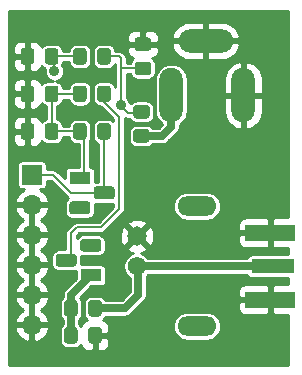
<source format=gtl>
G04 #@! TF.GenerationSoftware,KiCad,Pcbnew,(5.1.10)-1*
G04 #@! TF.CreationDate,2021-09-19T13:10:19-04:00*
G04 #@! TF.ProjectId,CP-OSC,43502d4f-5343-42e6-9b69-6361645f7063,1*
G04 #@! TF.SameCoordinates,PX8c7ecc0PY46649b0*
G04 #@! TF.FileFunction,Copper,L1,Top*
G04 #@! TF.FilePolarity,Positive*
%FSLAX46Y46*%
G04 Gerber Fmt 4.6, Leading zero omitted, Abs format (unit mm)*
G04 Created by KiCad (PCBNEW (5.1.10)-1) date 2021-09-19 13:10:19*
%MOMM*%
%LPD*%
G01*
G04 APERTURE LIST*
G04 #@! TA.AperFunction,ComponentPad*
%ADD10O,3.302000X1.651000*%
G04 #@! TD*
G04 #@! TA.AperFunction,ComponentPad*
%ADD11C,1.651000*%
G04 #@! TD*
G04 #@! TA.AperFunction,ComponentPad*
%ADD12C,1.574800*%
G04 #@! TD*
G04 #@! TA.AperFunction,ComponentPad*
%ADD13O,2.000000X4.600000*%
G04 #@! TD*
G04 #@! TA.AperFunction,ComponentPad*
%ADD14O,4.600000X2.000000*%
G04 #@! TD*
G04 #@! TA.AperFunction,ComponentPad*
%ADD15R,1.800000X1.100000*%
G04 #@! TD*
G04 #@! TA.AperFunction,ComponentPad*
%ADD16R,1.700000X1.700000*%
G04 #@! TD*
G04 #@! TA.AperFunction,ComponentPad*
%ADD17O,1.700000X1.700000*%
G04 #@! TD*
G04 #@! TA.AperFunction,SMDPad,CuDef*
%ADD18R,4.200000X1.350000*%
G04 #@! TD*
G04 #@! TA.AperFunction,SMDPad,CuDef*
%ADD19R,3.600000X1.270000*%
G04 #@! TD*
G04 #@! TA.AperFunction,ViaPad*
%ADD20C,0.889000*%
G04 #@! TD*
G04 #@! TA.AperFunction,ViaPad*
%ADD21C,1.397000*%
G04 #@! TD*
G04 #@! TA.AperFunction,Conductor*
%ADD22C,0.203200*%
G04 #@! TD*
G04 #@! TA.AperFunction,Conductor*
%ADD23C,0.635000*%
G04 #@! TD*
G04 #@! TA.AperFunction,Conductor*
%ADD24C,0.254000*%
G04 #@! TD*
G04 #@! TA.AperFunction,Conductor*
%ADD25C,0.150000*%
G04 #@! TD*
G04 APERTURE END LIST*
D10*
X-43160000Y-10020000D03*
X-43160000Y140000D03*
D11*
X-48240000Y-2400000D03*
D12*
X-48240000Y-4940000D03*
G04 #@! TA.AperFunction,SMDPad,CuDef*
G36*
G01*
X-52500000Y6940001D02*
X-52500000Y6039999D01*
G75*
G02*
X-52749999Y5790000I-249999J0D01*
G01*
X-53400001Y5790000D01*
G75*
G02*
X-53650000Y6039999I0J249999D01*
G01*
X-53650000Y6940001D01*
G75*
G02*
X-53400001Y7190000I249999J0D01*
G01*
X-52749999Y7190000D01*
G75*
G02*
X-52500000Y6940001I0J-249999D01*
G01*
G37*
G04 #@! TD.AperFunction*
G04 #@! TA.AperFunction,SMDPad,CuDef*
G36*
G01*
X-50450000Y6940001D02*
X-50450000Y6039999D01*
G75*
G02*
X-50699999Y5790000I-249999J0D01*
G01*
X-51350001Y5790000D01*
G75*
G02*
X-51600000Y6039999I0J249999D01*
G01*
X-51600000Y6940001D01*
G75*
G02*
X-51350001Y7190000I249999J0D01*
G01*
X-50699999Y7190000D01*
G75*
G02*
X-50450000Y6940001I0J-249999D01*
G01*
G37*
G04 #@! TD.AperFunction*
G04 #@! TA.AperFunction,SMDPad,CuDef*
G36*
G01*
X-54895000Y10115001D02*
X-54895000Y9214999D01*
G75*
G02*
X-55144999Y8965000I-249999J0D01*
G01*
X-55795001Y8965000D01*
G75*
G02*
X-56045000Y9214999I0J249999D01*
G01*
X-56045000Y10115001D01*
G75*
G02*
X-55795001Y10365000I249999J0D01*
G01*
X-55144999Y10365000D01*
G75*
G02*
X-54895000Y10115001I0J-249999D01*
G01*
G37*
G04 #@! TD.AperFunction*
G04 #@! TA.AperFunction,SMDPad,CuDef*
G36*
G01*
X-56945000Y10115001D02*
X-56945000Y9214999D01*
G75*
G02*
X-57194999Y8965000I-249999J0D01*
G01*
X-57845001Y8965000D01*
G75*
G02*
X-58095000Y9214999I0J249999D01*
G01*
X-58095000Y10115001D01*
G75*
G02*
X-57845001Y10365000I249999J0D01*
G01*
X-57194999Y10365000D01*
G75*
G02*
X-56945000Y10115001I0J-249999D01*
G01*
G37*
G04 #@! TD.AperFunction*
G04 #@! TA.AperFunction,SMDPad,CuDef*
G36*
G01*
X-53262000Y-8045999D02*
X-53262000Y-8946001D01*
G75*
G02*
X-53511999Y-9196000I-249999J0D01*
G01*
X-54162001Y-9196000D01*
G75*
G02*
X-54412000Y-8946001I0J249999D01*
G01*
X-54412000Y-8045999D01*
G75*
G02*
X-54162001Y-7796000I249999J0D01*
G01*
X-53511999Y-7796000D01*
G75*
G02*
X-53262000Y-8045999I0J-249999D01*
G01*
G37*
G04 #@! TD.AperFunction*
G04 #@! TA.AperFunction,SMDPad,CuDef*
G36*
G01*
X-51212000Y-8045999D02*
X-51212000Y-8946001D01*
G75*
G02*
X-51461999Y-9196000I-249999J0D01*
G01*
X-52112001Y-9196000D01*
G75*
G02*
X-52362000Y-8946001I0J249999D01*
G01*
X-52362000Y-8045999D01*
G75*
G02*
X-52112001Y-7796000I249999J0D01*
G01*
X-51461999Y-7796000D01*
G75*
G02*
X-51212000Y-8045999I0J-249999D01*
G01*
G37*
G04 #@! TD.AperFunction*
G04 #@! TA.AperFunction,SMDPad,CuDef*
G36*
G01*
X-47281999Y11240000D02*
X-48182001Y11240000D01*
G75*
G02*
X-48432000Y11489999I0J249999D01*
G01*
X-48432000Y12140001D01*
G75*
G02*
X-48182001Y12390000I249999J0D01*
G01*
X-47281999Y12390000D01*
G75*
G02*
X-47032000Y12140001I0J-249999D01*
G01*
X-47032000Y11489999D01*
G75*
G02*
X-47281999Y11240000I-249999J0D01*
G01*
G37*
G04 #@! TD.AperFunction*
G04 #@! TA.AperFunction,SMDPad,CuDef*
G36*
G01*
X-47281999Y13290000D02*
X-48182001Y13290000D01*
G75*
G02*
X-48432000Y13539999I0J249999D01*
G01*
X-48432000Y14190001D01*
G75*
G02*
X-48182001Y14440000I249999J0D01*
G01*
X-47281999Y14440000D01*
G75*
G02*
X-47032000Y14190001I0J-249999D01*
G01*
X-47032000Y13539999D01*
G75*
G02*
X-47281999Y13290000I-249999J0D01*
G01*
G37*
G04 #@! TD.AperFunction*
D13*
X-39223000Y9538000D03*
X-45323000Y9538000D03*
D14*
X-42423000Y14138000D03*
G04 #@! TA.AperFunction,ComponentPad*
G36*
G01*
X-51640000Y1833000D02*
X-50390000Y1833000D01*
G75*
G02*
X-50115000Y1558000I0J-275000D01*
G01*
X-50115000Y1008000D01*
G75*
G02*
X-50390000Y733000I-275000J0D01*
G01*
X-51640000Y733000D01*
G75*
G02*
X-51915000Y1008000I0J275000D01*
G01*
X-51915000Y1558000D01*
G75*
G02*
X-51640000Y1833000I275000J0D01*
G01*
G37*
G04 #@! TD.AperFunction*
G04 #@! TA.AperFunction,ComponentPad*
G36*
G01*
X-53710000Y563000D02*
X-52460000Y563000D01*
G75*
G02*
X-52185000Y288000I0J-275000D01*
G01*
X-52185000Y-262000D01*
G75*
G02*
X-52460000Y-537000I-275000J0D01*
G01*
X-53710000Y-537000D01*
G75*
G02*
X-53985000Y-262000I0J275000D01*
G01*
X-53985000Y288000D01*
G75*
G02*
X-53710000Y563000I275000J0D01*
G01*
G37*
G04 #@! TD.AperFunction*
D15*
X-53085000Y2553000D03*
X-52158000Y-5702000D03*
G04 #@! TA.AperFunction,ComponentPad*
G36*
G01*
X-51533000Y-3712000D02*
X-52783000Y-3712000D01*
G75*
G02*
X-53058000Y-3437000I0J275000D01*
G01*
X-53058000Y-2887000D01*
G75*
G02*
X-52783000Y-2612000I275000J0D01*
G01*
X-51533000Y-2612000D01*
G75*
G02*
X-51258000Y-2887000I0J-275000D01*
G01*
X-51258000Y-3437000D01*
G75*
G02*
X-51533000Y-3712000I-275000J0D01*
G01*
G37*
G04 #@! TD.AperFunction*
G04 #@! TA.AperFunction,ComponentPad*
G36*
G01*
X-53603000Y-4982000D02*
X-54853000Y-4982000D01*
G75*
G02*
X-55128000Y-4707000I0J275000D01*
G01*
X-55128000Y-4157000D01*
G75*
G02*
X-54853000Y-3882000I275000J0D01*
G01*
X-53603000Y-3882000D01*
G75*
G02*
X-53328000Y-4157000I0J-275000D01*
G01*
X-53328000Y-4707000D01*
G75*
G02*
X-53603000Y-4982000I-275000J0D01*
G01*
G37*
G04 #@! TD.AperFunction*
G04 #@! TA.AperFunction,SMDPad,CuDef*
G36*
G01*
X-51600000Y12389999D02*
X-51600000Y13290001D01*
G75*
G02*
X-51350001Y13540000I249999J0D01*
G01*
X-50699999Y13540000D01*
G75*
G02*
X-50450000Y13290001I0J-249999D01*
G01*
X-50450000Y12389999D01*
G75*
G02*
X-50699999Y12140000I-249999J0D01*
G01*
X-51350001Y12140000D01*
G75*
G02*
X-51600000Y12389999I0J249999D01*
G01*
G37*
G04 #@! TD.AperFunction*
G04 #@! TA.AperFunction,SMDPad,CuDef*
G36*
G01*
X-53650000Y12389999D02*
X-53650000Y13290001D01*
G75*
G02*
X-53400001Y13540000I249999J0D01*
G01*
X-52749999Y13540000D01*
G75*
G02*
X-52500000Y13290001I0J-249999D01*
G01*
X-52500000Y12389999D01*
G75*
G02*
X-52749999Y12140000I-249999J0D01*
G01*
X-53400001Y12140000D01*
G75*
G02*
X-53650000Y12389999I0J249999D01*
G01*
G37*
G04 #@! TD.AperFunction*
G04 #@! TA.AperFunction,SMDPad,CuDef*
G36*
G01*
X-58095000Y12389999D02*
X-58095000Y13290001D01*
G75*
G02*
X-57845001Y13540000I249999J0D01*
G01*
X-57194999Y13540000D01*
G75*
G02*
X-56945000Y13290001I0J-249999D01*
G01*
X-56945000Y12389999D01*
G75*
G02*
X-57194999Y12140000I-249999J0D01*
G01*
X-57845001Y12140000D01*
G75*
G02*
X-58095000Y12389999I0J249999D01*
G01*
G37*
G04 #@! TD.AperFunction*
G04 #@! TA.AperFunction,SMDPad,CuDef*
G36*
G01*
X-56045000Y12389999D02*
X-56045000Y13290001D01*
G75*
G02*
X-55795001Y13540000I249999J0D01*
G01*
X-55144999Y13540000D01*
G75*
G02*
X-54895000Y13290001I0J-249999D01*
G01*
X-54895000Y12389999D01*
G75*
G02*
X-55144999Y12140000I-249999J0D01*
G01*
X-55795001Y12140000D01*
G75*
G02*
X-56045000Y12389999I0J249999D01*
G01*
G37*
G04 #@! TD.AperFunction*
G04 #@! TA.AperFunction,SMDPad,CuDef*
G36*
G01*
X-58095000Y6039999D02*
X-58095000Y6940001D01*
G75*
G02*
X-57845001Y7190000I249999J0D01*
G01*
X-57194999Y7190000D01*
G75*
G02*
X-56945000Y6940001I0J-249999D01*
G01*
X-56945000Y6039999D01*
G75*
G02*
X-57194999Y5790000I-249999J0D01*
G01*
X-57845001Y5790000D01*
G75*
G02*
X-58095000Y6039999I0J249999D01*
G01*
G37*
G04 #@! TD.AperFunction*
G04 #@! TA.AperFunction,SMDPad,CuDef*
G36*
G01*
X-56045000Y6039999D02*
X-56045000Y6940001D01*
G75*
G02*
X-55795001Y7190000I249999J0D01*
G01*
X-55144999Y7190000D01*
G75*
G02*
X-54895000Y6940001I0J-249999D01*
G01*
X-54895000Y6039999D01*
G75*
G02*
X-55144999Y5790000I-249999J0D01*
G01*
X-55795001Y5790000D01*
G75*
G02*
X-56045000Y6039999I0J249999D01*
G01*
G37*
G04 #@! TD.AperFunction*
G04 #@! TA.AperFunction,SMDPad,CuDef*
G36*
G01*
X-52500000Y10115001D02*
X-52500000Y9214999D01*
G75*
G02*
X-52749999Y8965000I-249999J0D01*
G01*
X-53400001Y8965000D01*
G75*
G02*
X-53650000Y9214999I0J249999D01*
G01*
X-53650000Y10115001D01*
G75*
G02*
X-53400001Y10365000I249999J0D01*
G01*
X-52749999Y10365000D01*
G75*
G02*
X-52500000Y10115001I0J-249999D01*
G01*
G37*
G04 #@! TD.AperFunction*
G04 #@! TA.AperFunction,SMDPad,CuDef*
G36*
G01*
X-50450000Y10115001D02*
X-50450000Y9214999D01*
G75*
G02*
X-50699999Y8965000I-249999J0D01*
G01*
X-51350001Y8965000D01*
G75*
G02*
X-51600000Y9214999I0J249999D01*
G01*
X-51600000Y10115001D01*
G75*
G02*
X-51350001Y10365000I249999J0D01*
G01*
X-50699999Y10365000D01*
G75*
G02*
X-50450000Y10115001I0J-249999D01*
G01*
G37*
G04 #@! TD.AperFunction*
G04 #@! TA.AperFunction,SMDPad,CuDef*
G36*
G01*
X-53262000Y-10331999D02*
X-53262000Y-11232001D01*
G75*
G02*
X-53511999Y-11482000I-249999J0D01*
G01*
X-54162001Y-11482000D01*
G75*
G02*
X-54412000Y-11232001I0J249999D01*
G01*
X-54412000Y-10331999D01*
G75*
G02*
X-54162001Y-10082000I249999J0D01*
G01*
X-53511999Y-10082000D01*
G75*
G02*
X-53262000Y-10331999I0J-249999D01*
G01*
G37*
G04 #@! TD.AperFunction*
G04 #@! TA.AperFunction,SMDPad,CuDef*
G36*
G01*
X-51212000Y-10331999D02*
X-51212000Y-11232001D01*
G75*
G02*
X-51461999Y-11482000I-249999J0D01*
G01*
X-52112001Y-11482000D01*
G75*
G02*
X-52362000Y-11232001I0J249999D01*
G01*
X-52362000Y-10331999D01*
G75*
G02*
X-52112001Y-10082000I249999J0D01*
G01*
X-51461999Y-10082000D01*
G75*
G02*
X-51212000Y-10331999I0J-249999D01*
G01*
G37*
G04 #@! TD.AperFunction*
G04 #@! TA.AperFunction,SMDPad,CuDef*
G36*
G01*
X-47408999Y5525000D02*
X-48309001Y5525000D01*
G75*
G02*
X-48559000Y5774999I0J249999D01*
G01*
X-48559000Y6425001D01*
G75*
G02*
X-48309001Y6675000I249999J0D01*
G01*
X-47408999Y6675000D01*
G75*
G02*
X-47159000Y6425001I0J-249999D01*
G01*
X-47159000Y5774999D01*
G75*
G02*
X-47408999Y5525000I-249999J0D01*
G01*
G37*
G04 #@! TD.AperFunction*
G04 #@! TA.AperFunction,SMDPad,CuDef*
G36*
G01*
X-47408999Y7575000D02*
X-48309001Y7575000D01*
G75*
G02*
X-48559000Y7824999I0J249999D01*
G01*
X-48559000Y8475001D01*
G75*
G02*
X-48309001Y8725000I249999J0D01*
G01*
X-47408999Y8725000D01*
G75*
G02*
X-47159000Y8475001I0J-249999D01*
G01*
X-47159000Y7824999D01*
G75*
G02*
X-47408999Y7575000I-249999J0D01*
G01*
G37*
G04 #@! TD.AperFunction*
D16*
X-57130000Y2807000D03*
D17*
X-57130000Y267000D03*
X-57130000Y-2273000D03*
X-57130000Y-4813000D03*
X-57130000Y-7353000D03*
X-57130000Y-9893000D03*
D18*
X-36937000Y-7765000D03*
X-36937000Y-2115000D03*
D19*
X-36737000Y-4940000D03*
D20*
X-38715000Y-12560000D03*
D21*
X-50145000Y-12560000D03*
X-50780000Y15380000D03*
D20*
X-53955000Y15380000D03*
X-37191000Y15634000D03*
X-42398000Y3696000D03*
X-57765000Y15380000D03*
X-57130000Y-12560000D03*
X-55225000Y11570000D03*
X-49607243Y8678757D03*
D22*
X-51025000Y1673000D02*
X-51415000Y1283000D01*
X-55470000Y12840000D02*
X-53075000Y12840000D01*
X-51025000Y6490000D02*
X-51025000Y1673000D01*
X-51415000Y1283000D02*
X-53828000Y1283000D01*
X-55352000Y2807000D02*
X-57130000Y2807000D01*
X-53828000Y1283000D02*
X-55352000Y2807000D01*
X-55225000Y12595000D02*
X-55470000Y12840000D01*
X-55225000Y11570000D02*
X-55225000Y12595000D01*
D23*
X-48113000Y-7353000D02*
X-48113000Y-4940000D01*
X-49256000Y-8496000D02*
X-48113000Y-7353000D01*
X-51787000Y-8496000D02*
X-49256000Y-8496000D01*
X-48240000Y-4940000D02*
X-36737000Y-4940000D01*
X-53837000Y-10782000D02*
X-53837000Y-8496000D01*
X-52558000Y-5702000D02*
X-52558000Y-6083000D01*
X-53837000Y-7362000D02*
X-53837000Y-8496000D01*
X-52558000Y-6083000D02*
X-53837000Y-7362000D01*
D22*
X-55470000Y9665000D02*
X-53075000Y9665000D01*
X-55470000Y9665000D02*
X-55470000Y6490000D01*
X-55470000Y6490000D02*
X-53075000Y6490000D01*
X-52685000Y2553000D02*
X-52939000Y2807000D01*
X-52685000Y6100000D02*
X-53075000Y6490000D01*
X-52685000Y2553000D02*
X-52685000Y6100000D01*
X-47732000Y11815000D02*
X-48485000Y11815000D01*
X-49607243Y8657343D02*
X-48963900Y8014000D01*
X-49607243Y8678757D02*
X-49607243Y8657343D01*
X-47995000Y8014000D02*
X-47859000Y8150000D01*
X-48963900Y8014000D02*
X-47995000Y8014000D01*
X-48432000Y11815000D02*
X-47732000Y11815000D01*
X-48432000Y11815000D02*
X-48441000Y11824000D01*
X-48441000Y11824000D02*
X-49510000Y11824000D01*
X-49607243Y11726757D02*
X-49510000Y11824000D01*
X-49607243Y8678757D02*
X-49607243Y11726757D01*
X-49607243Y12683243D02*
X-49764000Y12840000D01*
X-49607243Y11726757D02*
X-49607243Y12683243D01*
X-49764000Y12840000D02*
X-51025000Y12840000D01*
D23*
X-47859000Y6100000D02*
X-46090000Y6100000D01*
X-45323000Y6867000D02*
X-45323000Y9538000D01*
X-46090000Y6100000D02*
X-45323000Y6867000D01*
D22*
X-51025000Y9665000D02*
X-51025000Y8965000D01*
X-49759390Y-109390D02*
X-51288000Y-1638000D01*
X-49764000Y1823818D02*
X-49759390Y1819208D01*
X-51025000Y8965000D02*
X-49764000Y7704000D01*
X-49764000Y7704000D02*
X-49764000Y1823818D01*
X-49759390Y1819208D02*
X-49759390Y-109390D01*
X-53828000Y-2146000D02*
X-53320000Y-1638000D01*
X-53828000Y-4432000D02*
X-53828000Y-2146000D01*
X-51288000Y-1638000D02*
X-53320000Y-1638000D01*
D24*
X-35476499Y-803011D02*
X-36651250Y-805000D01*
X-36810000Y-963750D01*
X-36810000Y-1988000D01*
X-36790000Y-1988000D01*
X-36790000Y-2242000D01*
X-36810000Y-2242000D01*
X-36810000Y-3266250D01*
X-36651250Y-3425000D01*
X-35476499Y-3426989D01*
X-35476499Y-3922157D01*
X-38537000Y-3922157D01*
X-38611689Y-3929513D01*
X-38683508Y-3951299D01*
X-38749696Y-3986678D01*
X-38807711Y-4034289D01*
X-38855322Y-4092304D01*
X-38890701Y-4158492D01*
X-38912487Y-4230311D01*
X-38913589Y-4241500D01*
X-47301501Y-4241500D01*
X-47332445Y-4195189D01*
X-47495189Y-4032445D01*
X-47686555Y-3904578D01*
X-47883034Y-3823193D01*
X-47614804Y-3727737D01*
X-47483367Y-3657481D01*
X-47408696Y-3410909D01*
X-48240000Y-2579605D01*
X-49071304Y-3410909D01*
X-48996633Y-3657481D01*
X-48736772Y-3780931D01*
X-48586482Y-3818850D01*
X-48793445Y-3904578D01*
X-48984811Y-4032445D01*
X-49147555Y-4195189D01*
X-49275422Y-4386555D01*
X-49363499Y-4599190D01*
X-49408400Y-4824923D01*
X-49408400Y-5055077D01*
X-49363499Y-5280810D01*
X-49275422Y-5493445D01*
X-49147555Y-5684811D01*
X-48984811Y-5847555D01*
X-48811499Y-5963358D01*
X-48811500Y-7063671D01*
X-49545327Y-7797500D01*
X-50880708Y-7797500D01*
X-50935810Y-7694411D01*
X-51014512Y-7598512D01*
X-51110411Y-7519810D01*
X-51219821Y-7461329D01*
X-51338538Y-7425317D01*
X-51461999Y-7413157D01*
X-52112001Y-7413157D01*
X-52235462Y-7425317D01*
X-52354179Y-7461329D01*
X-52463589Y-7519810D01*
X-52559488Y-7598512D01*
X-52638190Y-7694411D01*
X-52696671Y-7803821D01*
X-52732683Y-7922538D01*
X-52744843Y-8045999D01*
X-52744843Y-8946001D01*
X-52732683Y-9069462D01*
X-52696671Y-9188179D01*
X-52638190Y-9297589D01*
X-52559488Y-9393488D01*
X-52483451Y-9455890D01*
X-52486482Y-9456188D01*
X-52606180Y-9492498D01*
X-52716494Y-9551463D01*
X-52813185Y-9630815D01*
X-52892537Y-9727506D01*
X-52951502Y-9837820D01*
X-52987812Y-9957518D01*
X-52989611Y-9975780D01*
X-53064512Y-9884512D01*
X-53138500Y-9823792D01*
X-53138500Y-9454208D01*
X-53064512Y-9393488D01*
X-52985810Y-9297589D01*
X-52927329Y-9188179D01*
X-52891317Y-9069462D01*
X-52879157Y-8946001D01*
X-52879157Y-8045999D01*
X-52891317Y-7922538D01*
X-52927329Y-7803821D01*
X-52985810Y-7694411D01*
X-53064512Y-7598512D01*
X-53076141Y-7588968D01*
X-52122014Y-6634843D01*
X-51258000Y-6634843D01*
X-51183311Y-6627487D01*
X-51111492Y-6605701D01*
X-51045304Y-6570322D01*
X-50987289Y-6522711D01*
X-50939678Y-6464696D01*
X-50904299Y-6398508D01*
X-50882513Y-6326689D01*
X-50875157Y-6252000D01*
X-50875157Y-5152000D01*
X-50882513Y-5077311D01*
X-50904299Y-5005492D01*
X-50939678Y-4939304D01*
X-50987289Y-4881289D01*
X-51045304Y-4833678D01*
X-51111492Y-4798299D01*
X-51183311Y-4776513D01*
X-51258000Y-4769157D01*
X-52951279Y-4769157D01*
X-52945157Y-4707000D01*
X-52945157Y-4157000D01*
X-52953792Y-4069325D01*
X-52911339Y-4082203D01*
X-52783000Y-4094843D01*
X-51533000Y-4094843D01*
X-51404661Y-4082203D01*
X-51281254Y-4044768D01*
X-51167522Y-3983976D01*
X-51067835Y-3902165D01*
X-50986024Y-3802478D01*
X-50925232Y-3688746D01*
X-50887797Y-3565339D01*
X-50875157Y-3437000D01*
X-50875157Y-2887000D01*
X-50887797Y-2758661D01*
X-50925232Y-2635254D01*
X-50986024Y-2521522D01*
X-51028715Y-2469502D01*
X-49705921Y-2469502D01*
X-49664194Y-2754154D01*
X-49567737Y-3025196D01*
X-49497481Y-3156633D01*
X-49250909Y-3231304D01*
X-48419605Y-2400000D01*
X-48060395Y-2400000D01*
X-47229091Y-3231304D01*
X-46982519Y-3156633D01*
X-46859069Y-2896772D01*
X-46832130Y-2790000D01*
X-39675072Y-2790000D01*
X-39662812Y-2914482D01*
X-39626502Y-3034180D01*
X-39567537Y-3144494D01*
X-39488185Y-3241185D01*
X-39391494Y-3320537D01*
X-39281180Y-3379502D01*
X-39161482Y-3415812D01*
X-39037000Y-3428072D01*
X-37222750Y-3425000D01*
X-37064000Y-3266250D01*
X-37064000Y-2242000D01*
X-39513250Y-2242000D01*
X-39672000Y-2400750D01*
X-39675072Y-2790000D01*
X-46832130Y-2790000D01*
X-46788687Y-2617820D01*
X-46774079Y-2330498D01*
X-46815806Y-2045846D01*
X-46912263Y-1774804D01*
X-46982519Y-1643367D01*
X-47229091Y-1568696D01*
X-48060395Y-2400000D01*
X-48419605Y-2400000D01*
X-49250909Y-1568696D01*
X-49497481Y-1643367D01*
X-49620931Y-1903228D01*
X-49691313Y-2182180D01*
X-49705921Y-2469502D01*
X-51028715Y-2469502D01*
X-51067835Y-2421835D01*
X-51167522Y-2340024D01*
X-51281254Y-2279232D01*
X-51404661Y-2241797D01*
X-51533000Y-2229157D01*
X-52783000Y-2229157D01*
X-52911339Y-2241797D01*
X-53034746Y-2279232D01*
X-53148478Y-2340024D01*
X-53248165Y-2421835D01*
X-53329976Y-2521522D01*
X-53345400Y-2550378D01*
X-53345400Y-2345899D01*
X-53120101Y-2120600D01*
X-51311705Y-2120600D01*
X-51288000Y-2122935D01*
X-51264295Y-2120600D01*
X-51264293Y-2120600D01*
X-51193394Y-2113617D01*
X-51102423Y-2086022D01*
X-51018585Y-2041209D01*
X-50945099Y-1980901D01*
X-50929983Y-1962482D01*
X-50356592Y-1389091D01*
X-49071304Y-1389091D01*
X-48240000Y-2220395D01*
X-47459605Y-1440000D01*
X-39675072Y-1440000D01*
X-39672000Y-1829250D01*
X-39513250Y-1988000D01*
X-37064000Y-1988000D01*
X-37064000Y-963750D01*
X-37222750Y-805000D01*
X-39037000Y-801928D01*
X-39161482Y-814188D01*
X-39281180Y-850498D01*
X-39391494Y-909463D01*
X-39488185Y-988815D01*
X-39567537Y-1085506D01*
X-39626502Y-1195820D01*
X-39662812Y-1315518D01*
X-39675072Y-1440000D01*
X-47459605Y-1440000D01*
X-47408696Y-1389091D01*
X-47483367Y-1142519D01*
X-47743228Y-1019069D01*
X-48022180Y-948687D01*
X-48309502Y-934079D01*
X-48594154Y-975806D01*
X-48865196Y-1072263D01*
X-48996633Y-1142519D01*
X-49071304Y-1389091D01*
X-50356592Y-1389091D01*
X-49434902Y-467402D01*
X-49416489Y-452291D01*
X-49356181Y-378805D01*
X-49311368Y-294967D01*
X-49283773Y-203996D01*
X-49276790Y-133097D01*
X-49276790Y-133095D01*
X-49274455Y-109390D01*
X-49276790Y-85685D01*
X-49276790Y140000D01*
X-45197837Y140000D01*
X-45174542Y-96515D01*
X-45105553Y-323941D01*
X-44993521Y-533538D01*
X-44842752Y-717252D01*
X-44659038Y-868021D01*
X-44449441Y-980053D01*
X-44222015Y-1049042D01*
X-44044763Y-1066500D01*
X-42275237Y-1066500D01*
X-42097985Y-1049042D01*
X-41870559Y-980053D01*
X-41660962Y-868021D01*
X-41477248Y-717252D01*
X-41326479Y-533538D01*
X-41214447Y-323941D01*
X-41145458Y-96515D01*
X-41122163Y140000D01*
X-41145458Y376515D01*
X-41214447Y603941D01*
X-41326479Y813538D01*
X-41477248Y997252D01*
X-41660962Y1148021D01*
X-41870559Y1260053D01*
X-42097985Y1329042D01*
X-42275237Y1346500D01*
X-44044763Y1346500D01*
X-44222015Y1329042D01*
X-44449441Y1260053D01*
X-44659038Y1148021D01*
X-44842752Y997252D01*
X-44993521Y813538D01*
X-45105553Y603941D01*
X-45174542Y376515D01*
X-45197837Y140000D01*
X-49276790Y140000D01*
X-49276790Y1795501D01*
X-49274455Y1819208D01*
X-49281400Y1889721D01*
X-49281400Y6425001D01*
X-48941843Y6425001D01*
X-48941843Y5774999D01*
X-48929683Y5651538D01*
X-48893671Y5532821D01*
X-48835190Y5423411D01*
X-48756488Y5327512D01*
X-48660589Y5248810D01*
X-48551179Y5190329D01*
X-48432462Y5154317D01*
X-48309001Y5142157D01*
X-47408999Y5142157D01*
X-47285538Y5154317D01*
X-47166821Y5190329D01*
X-47057411Y5248810D01*
X-46961512Y5327512D01*
X-46900792Y5401500D01*
X-46124298Y5401500D01*
X-46090000Y5398122D01*
X-46055702Y5401500D01*
X-46055691Y5401500D01*
X-45953070Y5411607D01*
X-45821403Y5451548D01*
X-45700057Y5516409D01*
X-45593697Y5603697D01*
X-45571825Y5630348D01*
X-44853339Y6348834D01*
X-44826698Y6370697D01*
X-44804833Y6397339D01*
X-44804826Y6397346D01*
X-44739409Y6477056D01*
X-44689915Y6569653D01*
X-44674548Y6598403D01*
X-44634607Y6730070D01*
X-44624500Y6832691D01*
X-44624500Y6832702D01*
X-44621122Y6867000D01*
X-44624500Y6901298D01*
X-44624500Y7045457D01*
X-44552046Y7084185D01*
X-44341762Y7256761D01*
X-44169185Y7467045D01*
X-44040949Y7706957D01*
X-43961982Y7967277D01*
X-43942000Y8170157D01*
X-43942000Y9411000D01*
X-40858000Y9411000D01*
X-40858000Y8111000D01*
X-40801807Y7794468D01*
X-40684942Y7494980D01*
X-40511895Y7224046D01*
X-40289317Y6992078D01*
X-40025761Y6807990D01*
X-39731355Y6678856D01*
X-39603434Y6647876D01*
X-39350000Y6767223D01*
X-39350000Y9411000D01*
X-39096000Y9411000D01*
X-39096000Y6767223D01*
X-38842566Y6647876D01*
X-38714645Y6678856D01*
X-38420239Y6807990D01*
X-38156683Y6992078D01*
X-37934105Y7224046D01*
X-37761058Y7494980D01*
X-37644193Y7794468D01*
X-37588000Y8111000D01*
X-37588000Y9411000D01*
X-39096000Y9411000D01*
X-39350000Y9411000D01*
X-40858000Y9411000D01*
X-43942000Y9411000D01*
X-43942000Y10905843D01*
X-43947826Y10965000D01*
X-40858000Y10965000D01*
X-40858000Y9665000D01*
X-39350000Y9665000D01*
X-39350000Y12308777D01*
X-39096000Y12308777D01*
X-39096000Y9665000D01*
X-37588000Y9665000D01*
X-37588000Y10965000D01*
X-37644193Y11281532D01*
X-37761058Y11581020D01*
X-37934105Y11851954D01*
X-38156683Y12083922D01*
X-38420239Y12268010D01*
X-38714645Y12397144D01*
X-38842566Y12428124D01*
X-39096000Y12308777D01*
X-39350000Y12308777D01*
X-39603434Y12428124D01*
X-39731355Y12397144D01*
X-40025761Y12268010D01*
X-40289317Y12083922D01*
X-40511895Y11851954D01*
X-40684942Y11581020D01*
X-40801807Y11281532D01*
X-40858000Y10965000D01*
X-43947826Y10965000D01*
X-43961982Y11108723D01*
X-44040949Y11369043D01*
X-44169185Y11608955D01*
X-44341761Y11819239D01*
X-44552045Y11991815D01*
X-44791957Y12120051D01*
X-45052277Y12199018D01*
X-45323000Y12225682D01*
X-45593722Y12199018D01*
X-45854042Y12120051D01*
X-46093954Y11991815D01*
X-46304238Y11819239D01*
X-46476814Y11608955D01*
X-46605050Y11369043D01*
X-46684017Y11108723D01*
X-46703999Y10905843D01*
X-46704000Y8170158D01*
X-46684018Y7967278D01*
X-46605051Y7706958D01*
X-46476815Y7467046D01*
X-46304239Y7256762D01*
X-46093955Y7084185D01*
X-46093751Y7084076D01*
X-46379327Y6798500D01*
X-46900792Y6798500D01*
X-46961512Y6872488D01*
X-47057411Y6951190D01*
X-47166821Y7009671D01*
X-47285538Y7045683D01*
X-47408999Y7057843D01*
X-48309001Y7057843D01*
X-48432462Y7045683D01*
X-48551179Y7009671D01*
X-48660589Y6951190D01*
X-48756488Y6872488D01*
X-48835190Y6776589D01*
X-48893671Y6667179D01*
X-48929683Y6548462D01*
X-48941843Y6425001D01*
X-49281400Y6425001D01*
X-49281400Y7650253D01*
X-49233315Y7610791D01*
X-49149477Y7565978D01*
X-49058506Y7538383D01*
X-48987607Y7531400D01*
X-48987598Y7531400D01*
X-48963901Y7529066D01*
X-48940204Y7531400D01*
X-48866186Y7531400D01*
X-48835190Y7473411D01*
X-48756488Y7377512D01*
X-48660589Y7298810D01*
X-48551179Y7240329D01*
X-48432462Y7204317D01*
X-48309001Y7192157D01*
X-47408999Y7192157D01*
X-47285538Y7204317D01*
X-47166821Y7240329D01*
X-47057411Y7298810D01*
X-46961512Y7377512D01*
X-46882810Y7473411D01*
X-46824329Y7582821D01*
X-46788317Y7701538D01*
X-46776157Y7824999D01*
X-46776157Y8475001D01*
X-46788317Y8598462D01*
X-46824329Y8717179D01*
X-46882810Y8826589D01*
X-46961512Y8922488D01*
X-47057411Y9001190D01*
X-47166821Y9059671D01*
X-47285538Y9095683D01*
X-47408999Y9107843D01*
X-48309001Y9107843D01*
X-48432462Y9095683D01*
X-48551179Y9059671D01*
X-48660589Y9001190D01*
X-48756488Y8922488D01*
X-48802822Y8866030D01*
X-48813467Y8919546D01*
X-48875695Y9069778D01*
X-48966035Y9204982D01*
X-49081018Y9319965D01*
X-49124643Y9349114D01*
X-49124643Y11341400D01*
X-48795058Y11341400D01*
X-48766671Y11247821D01*
X-48708190Y11138411D01*
X-48629488Y11042512D01*
X-48533589Y10963810D01*
X-48424179Y10905329D01*
X-48305462Y10869317D01*
X-48182001Y10857157D01*
X-47281999Y10857157D01*
X-47158538Y10869317D01*
X-47039821Y10905329D01*
X-46930411Y10963810D01*
X-46834512Y11042512D01*
X-46755810Y11138411D01*
X-46697329Y11247821D01*
X-46661317Y11366538D01*
X-46649157Y11489999D01*
X-46649157Y12140001D01*
X-46661317Y12263462D01*
X-46697329Y12382179D01*
X-46755810Y12491589D01*
X-46834512Y12587488D01*
X-46925780Y12662389D01*
X-46907518Y12664188D01*
X-46787820Y12700498D01*
X-46677506Y12759463D01*
X-46580815Y12838815D01*
X-46501463Y12935506D01*
X-46442498Y13045820D01*
X-46406188Y13165518D01*
X-46393928Y13290000D01*
X-46397000Y13579250D01*
X-46555750Y13738000D01*
X-47605000Y13738000D01*
X-47605000Y13718000D01*
X-47859000Y13718000D01*
X-47859000Y13738000D01*
X-48908250Y13738000D01*
X-49067000Y13579250D01*
X-49070072Y13290000D01*
X-49057812Y13165518D01*
X-49021502Y13045820D01*
X-48962537Y12935506D01*
X-48883185Y12838815D01*
X-48786494Y12759463D01*
X-48676180Y12700498D01*
X-48556482Y12664188D01*
X-48538220Y12662389D01*
X-48629488Y12587488D01*
X-48708190Y12491589D01*
X-48766671Y12382179D01*
X-48789597Y12306600D01*
X-49124643Y12306600D01*
X-49124643Y12659536D01*
X-49122308Y12683243D01*
X-49131626Y12777850D01*
X-49159221Y12868819D01*
X-49159221Y12868820D01*
X-49204034Y12952658D01*
X-49264342Y13026144D01*
X-49282761Y13041260D01*
X-49405983Y13164482D01*
X-49421099Y13182901D01*
X-49494585Y13243209D01*
X-49578423Y13288022D01*
X-49669394Y13315617D01*
X-49740293Y13322600D01*
X-49740295Y13322600D01*
X-49764000Y13324935D01*
X-49787705Y13322600D01*
X-50070368Y13322600D01*
X-50079317Y13413462D01*
X-50115329Y13532179D01*
X-50173810Y13641589D01*
X-50252512Y13737488D01*
X-50276977Y13757566D01*
X-45313124Y13757566D01*
X-45282144Y13629645D01*
X-45153010Y13335239D01*
X-44968922Y13071683D01*
X-44736954Y12849105D01*
X-44466020Y12676058D01*
X-44166532Y12559193D01*
X-43850000Y12503000D01*
X-42550000Y12503000D01*
X-42550000Y14011000D01*
X-42296000Y14011000D01*
X-42296000Y12503000D01*
X-40996000Y12503000D01*
X-40679468Y12559193D01*
X-40379980Y12676058D01*
X-40109046Y12849105D01*
X-39877078Y13071683D01*
X-39692990Y13335239D01*
X-39563856Y13629645D01*
X-39532876Y13757566D01*
X-39652223Y14011000D01*
X-42296000Y14011000D01*
X-42550000Y14011000D01*
X-45193777Y14011000D01*
X-45313124Y13757566D01*
X-50276977Y13757566D01*
X-50348411Y13816190D01*
X-50457821Y13874671D01*
X-50576538Y13910683D01*
X-50699999Y13922843D01*
X-51350001Y13922843D01*
X-51473462Y13910683D01*
X-51592179Y13874671D01*
X-51701589Y13816190D01*
X-51797488Y13737488D01*
X-51876190Y13641589D01*
X-51934671Y13532179D01*
X-51970683Y13413462D01*
X-51982843Y13290001D01*
X-51982843Y12389999D01*
X-51970683Y12266538D01*
X-51934671Y12147821D01*
X-51876190Y12038411D01*
X-51797488Y11942512D01*
X-51701589Y11863810D01*
X-51592179Y11805329D01*
X-51473462Y11769317D01*
X-51350001Y11757157D01*
X-50699999Y11757157D01*
X-50576538Y11769317D01*
X-50457821Y11805329D01*
X-50348411Y11863810D01*
X-50252512Y11942512D01*
X-50173810Y12038411D01*
X-50115329Y12147821D01*
X-50089842Y12231840D01*
X-50089843Y11750464D01*
X-50092178Y11726757D01*
X-50089843Y11703052D01*
X-50089843Y11703051D01*
X-50089842Y11703041D01*
X-50089842Y10273160D01*
X-50115329Y10357179D01*
X-50173810Y10466589D01*
X-50252512Y10562488D01*
X-50348411Y10641190D01*
X-50457821Y10699671D01*
X-50576538Y10735683D01*
X-50699999Y10747843D01*
X-51350001Y10747843D01*
X-51473462Y10735683D01*
X-51592179Y10699671D01*
X-51701589Y10641190D01*
X-51797488Y10562488D01*
X-51876190Y10466589D01*
X-51934671Y10357179D01*
X-51970683Y10238462D01*
X-51982843Y10115001D01*
X-51982843Y9214999D01*
X-51970683Y9091538D01*
X-51934671Y8972821D01*
X-51876190Y8863411D01*
X-51797488Y8767512D01*
X-51701589Y8688810D01*
X-51592179Y8630329D01*
X-51473462Y8594317D01*
X-51350001Y8582157D01*
X-51324656Y8582157D01*
X-50246600Y7504101D01*
X-50246600Y7380284D01*
X-50252512Y7387488D01*
X-50348411Y7466190D01*
X-50457821Y7524671D01*
X-50576538Y7560683D01*
X-50699999Y7572843D01*
X-51350001Y7572843D01*
X-51473462Y7560683D01*
X-51592179Y7524671D01*
X-51701589Y7466190D01*
X-51797488Y7387488D01*
X-51876190Y7291589D01*
X-51934671Y7182179D01*
X-51970683Y7063462D01*
X-51982843Y6940001D01*
X-51982843Y6039999D01*
X-51970683Y5916538D01*
X-51934671Y5797821D01*
X-51876190Y5688411D01*
X-51797488Y5592512D01*
X-51701589Y5513810D01*
X-51592179Y5455329D01*
X-51507600Y5429672D01*
X-51507599Y2215843D01*
X-51640000Y2215843D01*
X-51768339Y2203203D01*
X-51802157Y2192944D01*
X-51802157Y3103000D01*
X-51809513Y3177689D01*
X-51831299Y3249508D01*
X-51866678Y3315696D01*
X-51914289Y3373711D01*
X-51972304Y3421322D01*
X-52038492Y3456701D01*
X-52110311Y3478487D01*
X-52185000Y3485843D01*
X-52202400Y3485843D01*
X-52202400Y5728466D01*
X-52165329Y5797821D01*
X-52129317Y5916538D01*
X-52117157Y6039999D01*
X-52117157Y6940001D01*
X-52129317Y7063462D01*
X-52165329Y7182179D01*
X-52223810Y7291589D01*
X-52302512Y7387488D01*
X-52398411Y7466190D01*
X-52507821Y7524671D01*
X-52626538Y7560683D01*
X-52749999Y7572843D01*
X-53400001Y7572843D01*
X-53523462Y7560683D01*
X-53642179Y7524671D01*
X-53751589Y7466190D01*
X-53847488Y7387488D01*
X-53926190Y7291589D01*
X-53984671Y7182179D01*
X-54020683Y7063462D01*
X-54029632Y6972600D01*
X-54515368Y6972600D01*
X-54524317Y7063462D01*
X-54560329Y7182179D01*
X-54618810Y7291589D01*
X-54697512Y7387488D01*
X-54793411Y7466190D01*
X-54902821Y7524671D01*
X-54987400Y7550327D01*
X-54987400Y8604673D01*
X-54902821Y8630329D01*
X-54793411Y8688810D01*
X-54697512Y8767512D01*
X-54618810Y8863411D01*
X-54560329Y8972821D01*
X-54524317Y9091538D01*
X-54515368Y9182400D01*
X-54029632Y9182400D01*
X-54020683Y9091538D01*
X-53984671Y8972821D01*
X-53926190Y8863411D01*
X-53847488Y8767512D01*
X-53751589Y8688810D01*
X-53642179Y8630329D01*
X-53523462Y8594317D01*
X-53400001Y8582157D01*
X-52749999Y8582157D01*
X-52626538Y8594317D01*
X-52507821Y8630329D01*
X-52398411Y8688810D01*
X-52302512Y8767512D01*
X-52223810Y8863411D01*
X-52165329Y8972821D01*
X-52129317Y9091538D01*
X-52117157Y9214999D01*
X-52117157Y10115001D01*
X-52129317Y10238462D01*
X-52165329Y10357179D01*
X-52223810Y10466589D01*
X-52302512Y10562488D01*
X-52398411Y10641190D01*
X-52507821Y10699671D01*
X-52626538Y10735683D01*
X-52749999Y10747843D01*
X-53400001Y10747843D01*
X-53523462Y10735683D01*
X-53642179Y10699671D01*
X-53751589Y10641190D01*
X-53847488Y10562488D01*
X-53926190Y10466589D01*
X-53984671Y10357179D01*
X-54020683Y10238462D01*
X-54029632Y10147600D01*
X-54515368Y10147600D01*
X-54524317Y10238462D01*
X-54560329Y10357179D01*
X-54618810Y10466589D01*
X-54697512Y10562488D01*
X-54793411Y10641190D01*
X-54902821Y10699671D01*
X-55021538Y10735683D01*
X-55132886Y10746650D01*
X-54984211Y10776224D01*
X-54833979Y10838452D01*
X-54698775Y10928792D01*
X-54583792Y11043775D01*
X-54493452Y11178979D01*
X-54431224Y11329211D01*
X-54399500Y11488695D01*
X-54399500Y11651305D01*
X-54431224Y11810789D01*
X-54493452Y11961021D01*
X-54583792Y12096225D01*
X-54586474Y12098907D01*
X-54560329Y12147821D01*
X-54524317Y12266538D01*
X-54515368Y12357400D01*
X-54029632Y12357400D01*
X-54020683Y12266538D01*
X-53984671Y12147821D01*
X-53926190Y12038411D01*
X-53847488Y11942512D01*
X-53751589Y11863810D01*
X-53642179Y11805329D01*
X-53523462Y11769317D01*
X-53400001Y11757157D01*
X-52749999Y11757157D01*
X-52626538Y11769317D01*
X-52507821Y11805329D01*
X-52398411Y11863810D01*
X-52302512Y11942512D01*
X-52223810Y12038411D01*
X-52165329Y12147821D01*
X-52129317Y12266538D01*
X-52117157Y12389999D01*
X-52117157Y13290001D01*
X-52129317Y13413462D01*
X-52165329Y13532179D01*
X-52223810Y13641589D01*
X-52302512Y13737488D01*
X-52398411Y13816190D01*
X-52507821Y13874671D01*
X-52626538Y13910683D01*
X-52749999Y13922843D01*
X-53400001Y13922843D01*
X-53523462Y13910683D01*
X-53642179Y13874671D01*
X-53751589Y13816190D01*
X-53847488Y13737488D01*
X-53926190Y13641589D01*
X-53984671Y13532179D01*
X-54020683Y13413462D01*
X-54029632Y13322600D01*
X-54515368Y13322600D01*
X-54524317Y13413462D01*
X-54560329Y13532179D01*
X-54618810Y13641589D01*
X-54697512Y13737488D01*
X-54793411Y13816190D01*
X-54902821Y13874671D01*
X-55021538Y13910683D01*
X-55144999Y13922843D01*
X-55795001Y13922843D01*
X-55918462Y13910683D01*
X-56037179Y13874671D01*
X-56146589Y13816190D01*
X-56242488Y13737488D01*
X-56317389Y13646220D01*
X-56319188Y13664482D01*
X-56355498Y13784180D01*
X-56414463Y13894494D01*
X-56493815Y13991185D01*
X-56590506Y14070537D01*
X-56700820Y14129502D01*
X-56820518Y14165812D01*
X-56945000Y14178072D01*
X-57234250Y14175000D01*
X-57393000Y14016250D01*
X-57393000Y12967000D01*
X-57373000Y12967000D01*
X-57373000Y12713000D01*
X-57393000Y12713000D01*
X-57393000Y11663750D01*
X-57234250Y11505000D01*
X-56945000Y11501928D01*
X-56820518Y11514188D01*
X-56700820Y11550498D01*
X-56590506Y11609463D01*
X-56493815Y11688815D01*
X-56414463Y11785506D01*
X-56355498Y11895820D01*
X-56319188Y12015518D01*
X-56317389Y12033780D01*
X-56242488Y11942512D01*
X-56146589Y11863810D01*
X-56037179Y11805329D01*
X-56020848Y11800375D01*
X-56050500Y11651305D01*
X-56050500Y11488695D01*
X-56018776Y11329211D01*
X-55956548Y11178979D01*
X-55866208Y11043775D01*
X-55751225Y10928792D01*
X-55616021Y10838452D01*
X-55465789Y10776224D01*
X-55323111Y10747843D01*
X-55795001Y10747843D01*
X-55918462Y10735683D01*
X-56037179Y10699671D01*
X-56146589Y10641190D01*
X-56242488Y10562488D01*
X-56317389Y10471220D01*
X-56319188Y10489482D01*
X-56355498Y10609180D01*
X-56414463Y10719494D01*
X-56493815Y10816185D01*
X-56590506Y10895537D01*
X-56700820Y10954502D01*
X-56820518Y10990812D01*
X-56945000Y11003072D01*
X-57234250Y11000000D01*
X-57393000Y10841250D01*
X-57393000Y9792000D01*
X-57373000Y9792000D01*
X-57373000Y9538000D01*
X-57393000Y9538000D01*
X-57393000Y8488750D01*
X-57234250Y8330000D01*
X-56945000Y8326928D01*
X-56820518Y8339188D01*
X-56700820Y8375498D01*
X-56590506Y8434463D01*
X-56493815Y8513815D01*
X-56414463Y8610506D01*
X-56355498Y8720820D01*
X-56319188Y8840518D01*
X-56317389Y8858780D01*
X-56242488Y8767512D01*
X-56146589Y8688810D01*
X-56037179Y8630329D01*
X-55952600Y8604672D01*
X-55952599Y7550328D01*
X-56037179Y7524671D01*
X-56146589Y7466190D01*
X-56242488Y7387488D01*
X-56317389Y7296220D01*
X-56319188Y7314482D01*
X-56355498Y7434180D01*
X-56414463Y7544494D01*
X-56493815Y7641185D01*
X-56590506Y7720537D01*
X-56700820Y7779502D01*
X-56820518Y7815812D01*
X-56945000Y7828072D01*
X-57234250Y7825000D01*
X-57393000Y7666250D01*
X-57393000Y6617000D01*
X-57373000Y6617000D01*
X-57373000Y6363000D01*
X-57393000Y6363000D01*
X-57393000Y5313750D01*
X-57234250Y5155000D01*
X-56945000Y5151928D01*
X-56820518Y5164188D01*
X-56700820Y5200498D01*
X-56590506Y5259463D01*
X-56493815Y5338815D01*
X-56414463Y5435506D01*
X-56355498Y5545820D01*
X-56319188Y5665518D01*
X-56317389Y5683780D01*
X-56242488Y5592512D01*
X-56146589Y5513810D01*
X-56037179Y5455329D01*
X-55918462Y5419317D01*
X-55795001Y5407157D01*
X-55144999Y5407157D01*
X-55021538Y5419317D01*
X-54902821Y5455329D01*
X-54793411Y5513810D01*
X-54697512Y5592512D01*
X-54618810Y5688411D01*
X-54560329Y5797821D01*
X-54524317Y5916538D01*
X-54515368Y6007400D01*
X-54029632Y6007400D01*
X-54020683Y5916538D01*
X-53984671Y5797821D01*
X-53926190Y5688411D01*
X-53847488Y5592512D01*
X-53751589Y5513810D01*
X-53642179Y5455329D01*
X-53523462Y5419317D01*
X-53400001Y5407157D01*
X-53167599Y5407157D01*
X-53167600Y3485843D01*
X-53985000Y3485843D01*
X-54059689Y3478487D01*
X-54131508Y3456701D01*
X-54197696Y3421322D01*
X-54255711Y3373711D01*
X-54303322Y3315696D01*
X-54338701Y3249508D01*
X-54360487Y3177689D01*
X-54367843Y3103000D01*
X-54367843Y2505342D01*
X-54993983Y3131482D01*
X-55009099Y3149901D01*
X-55082585Y3210209D01*
X-55166423Y3255022D01*
X-55257394Y3282617D01*
X-55328293Y3289600D01*
X-55328295Y3289600D01*
X-55352000Y3291935D01*
X-55375705Y3289600D01*
X-55897157Y3289600D01*
X-55897157Y3657000D01*
X-55904513Y3731689D01*
X-55926299Y3803508D01*
X-55961678Y3869696D01*
X-56009289Y3927711D01*
X-56067304Y3975322D01*
X-56133492Y4010701D01*
X-56205311Y4032487D01*
X-56280000Y4039843D01*
X-57980000Y4039843D01*
X-58054689Y4032487D01*
X-58126508Y4010701D01*
X-58192696Y3975322D01*
X-58250711Y3927711D01*
X-58298322Y3869696D01*
X-58333701Y3803508D01*
X-58355487Y3731689D01*
X-58362843Y3657000D01*
X-58362843Y1957000D01*
X-58355487Y1882311D01*
X-58333701Y1810492D01*
X-58298322Y1744304D01*
X-58250711Y1686289D01*
X-58192696Y1638678D01*
X-58126508Y1603299D01*
X-58054689Y1581513D01*
X-57980000Y1574157D01*
X-57823367Y1574157D01*
X-58011355Y1462178D01*
X-58227588Y1267269D01*
X-58401641Y1033920D01*
X-58526825Y771099D01*
X-58571476Y623890D01*
X-58450155Y394000D01*
X-57257000Y394000D01*
X-57257000Y414000D01*
X-57003000Y414000D01*
X-57003000Y394000D01*
X-55809845Y394000D01*
X-55688524Y623890D01*
X-55733175Y771099D01*
X-55858359Y1033920D01*
X-56032412Y1267269D01*
X-56248645Y1462178D01*
X-56436633Y1574157D01*
X-56280000Y1574157D01*
X-56205311Y1581513D01*
X-56133492Y1603299D01*
X-56067304Y1638678D01*
X-56009289Y1686289D01*
X-55961678Y1744304D01*
X-55926299Y1810492D01*
X-55904513Y1882311D01*
X-55897157Y1957000D01*
X-55897157Y2324400D01*
X-55551899Y2324400D01*
X-54186017Y958518D01*
X-54170901Y940099D01*
X-54097415Y879791D01*
X-54044526Y851521D01*
X-54075478Y834976D01*
X-54175165Y753165D01*
X-54256976Y653478D01*
X-54317768Y539746D01*
X-54355203Y416339D01*
X-54367843Y288000D01*
X-54367843Y-262000D01*
X-54355203Y-390339D01*
X-54317768Y-513746D01*
X-54256976Y-627478D01*
X-54175165Y-727165D01*
X-54075478Y-808976D01*
X-53961746Y-869768D01*
X-53838339Y-907203D01*
X-53710000Y-919843D01*
X-52460000Y-919843D01*
X-52331661Y-907203D01*
X-52208254Y-869768D01*
X-52094522Y-808976D01*
X-51994835Y-727165D01*
X-51913024Y-627478D01*
X-51852232Y-513746D01*
X-51814797Y-390339D01*
X-51802157Y-262000D01*
X-51802157Y288000D01*
X-51810792Y375675D01*
X-51768339Y362797D01*
X-51640000Y350157D01*
X-50390000Y350157D01*
X-50261661Y362797D01*
X-50241989Y368764D01*
X-50241989Y90511D01*
X-51487899Y-1155400D01*
X-53296304Y-1155400D01*
X-53320001Y-1153066D01*
X-53343698Y-1155400D01*
X-53343707Y-1155400D01*
X-53414606Y-1162383D01*
X-53505577Y-1189978D01*
X-53589415Y-1234791D01*
X-53662901Y-1295099D01*
X-53678017Y-1313518D01*
X-54152487Y-1787988D01*
X-54170900Y-1803099D01*
X-54186011Y-1821512D01*
X-54186013Y-1821514D01*
X-54231208Y-1876585D01*
X-54276022Y-1960424D01*
X-54303616Y-2051394D01*
X-54312935Y-2146000D01*
X-54310599Y-2169715D01*
X-54310600Y-3499157D01*
X-54853000Y-3499157D01*
X-54981339Y-3511797D01*
X-55104746Y-3549232D01*
X-55218478Y-3610024D01*
X-55318165Y-3691835D01*
X-55399976Y-3791522D01*
X-55460768Y-3905254D01*
X-55498203Y-4028661D01*
X-55510843Y-4157000D01*
X-55510843Y-4707000D01*
X-55498203Y-4835339D01*
X-55460768Y-4958746D01*
X-55399976Y-5072478D01*
X-55318165Y-5172165D01*
X-55218478Y-5253976D01*
X-55104746Y-5314768D01*
X-54981339Y-5352203D01*
X-54853000Y-5364843D01*
X-53603000Y-5364843D01*
X-53474661Y-5352203D01*
X-53440843Y-5341944D01*
X-53440843Y-5978015D01*
X-54306656Y-6843829D01*
X-54333303Y-6865698D01*
X-54355171Y-6892344D01*
X-54355174Y-6892347D01*
X-54420591Y-6972057D01*
X-54480641Y-7084403D01*
X-54485452Y-7093404D01*
X-54525393Y-7225071D01*
X-54535500Y-7327692D01*
X-54535500Y-7327702D01*
X-54538878Y-7362000D01*
X-54535500Y-7396299D01*
X-54535500Y-7537792D01*
X-54609488Y-7598512D01*
X-54688190Y-7694411D01*
X-54746671Y-7803821D01*
X-54782683Y-7922538D01*
X-54794843Y-8045999D01*
X-54794843Y-8946001D01*
X-54782683Y-9069462D01*
X-54746671Y-9188179D01*
X-54688190Y-9297589D01*
X-54609488Y-9393488D01*
X-54535499Y-9454209D01*
X-54535500Y-9823791D01*
X-54609488Y-9884512D01*
X-54688190Y-9980411D01*
X-54746671Y-10089821D01*
X-54782683Y-10208538D01*
X-54794843Y-10331999D01*
X-54794843Y-11232001D01*
X-54782683Y-11355462D01*
X-54746671Y-11474179D01*
X-54688190Y-11583589D01*
X-54609488Y-11679488D01*
X-54513589Y-11758190D01*
X-54404179Y-11816671D01*
X-54285462Y-11852683D01*
X-54162001Y-11864843D01*
X-53511999Y-11864843D01*
X-53388538Y-11852683D01*
X-53269821Y-11816671D01*
X-53160411Y-11758190D01*
X-53064512Y-11679488D01*
X-52989611Y-11588220D01*
X-52987812Y-11606482D01*
X-52951502Y-11726180D01*
X-52892537Y-11836494D01*
X-52813185Y-11933185D01*
X-52716494Y-12012537D01*
X-52606180Y-12071502D01*
X-52486482Y-12107812D01*
X-52362000Y-12120072D01*
X-52072750Y-12117000D01*
X-51914000Y-11958250D01*
X-51914000Y-10909000D01*
X-51660000Y-10909000D01*
X-51660000Y-11958250D01*
X-51501250Y-12117000D01*
X-51212000Y-12120072D01*
X-51087518Y-12107812D01*
X-50967820Y-12071502D01*
X-50857506Y-12012537D01*
X-50760815Y-11933185D01*
X-50681463Y-11836494D01*
X-50622498Y-11726180D01*
X-50586188Y-11606482D01*
X-50573928Y-11482000D01*
X-50577000Y-11067750D01*
X-50735750Y-10909000D01*
X-51660000Y-10909000D01*
X-51914000Y-10909000D01*
X-51934000Y-10909000D01*
X-51934000Y-10655000D01*
X-51914000Y-10655000D01*
X-51914000Y-10635000D01*
X-51660000Y-10635000D01*
X-51660000Y-10655000D01*
X-50735750Y-10655000D01*
X-50577000Y-10496250D01*
X-50573928Y-10082000D01*
X-50580034Y-10020000D01*
X-45197837Y-10020000D01*
X-45174542Y-10256515D01*
X-45105553Y-10483941D01*
X-44993521Y-10693538D01*
X-44842752Y-10877252D01*
X-44659038Y-11028021D01*
X-44449441Y-11140053D01*
X-44222015Y-11209042D01*
X-44044763Y-11226500D01*
X-42275237Y-11226500D01*
X-42097985Y-11209042D01*
X-41870559Y-11140053D01*
X-41660962Y-11028021D01*
X-41477248Y-10877252D01*
X-41326479Y-10693538D01*
X-41214447Y-10483941D01*
X-41145458Y-10256515D01*
X-41122163Y-10020000D01*
X-41145458Y-9783485D01*
X-41214447Y-9556059D01*
X-41326479Y-9346462D01*
X-41477248Y-9162748D01*
X-41660962Y-9011979D01*
X-41870559Y-8899947D01*
X-42097985Y-8830958D01*
X-42275237Y-8813500D01*
X-44044763Y-8813500D01*
X-44222015Y-8830958D01*
X-44449441Y-8899947D01*
X-44659038Y-9011979D01*
X-44842752Y-9162748D01*
X-44993521Y-9346462D01*
X-45105553Y-9556059D01*
X-45174542Y-9783485D01*
X-45197837Y-10020000D01*
X-50580034Y-10020000D01*
X-50586188Y-9957518D01*
X-50622498Y-9837820D01*
X-50681463Y-9727506D01*
X-50760815Y-9630815D01*
X-50857506Y-9551463D01*
X-50967820Y-9492498D01*
X-51087518Y-9456188D01*
X-51090549Y-9455890D01*
X-51014512Y-9393488D01*
X-50935810Y-9297589D01*
X-50880708Y-9194500D01*
X-49290298Y-9194500D01*
X-49256000Y-9197878D01*
X-49221702Y-9194500D01*
X-49221691Y-9194500D01*
X-49119070Y-9184393D01*
X-48987403Y-9144452D01*
X-48866057Y-9079591D01*
X-48759697Y-8992303D01*
X-48737825Y-8965652D01*
X-48212173Y-8440000D01*
X-39675072Y-8440000D01*
X-39662812Y-8564482D01*
X-39626502Y-8684180D01*
X-39567537Y-8794494D01*
X-39488185Y-8891185D01*
X-39391494Y-8970537D01*
X-39281180Y-9029502D01*
X-39161482Y-9065812D01*
X-39037000Y-9078072D01*
X-37222750Y-9075000D01*
X-37064000Y-8916250D01*
X-37064000Y-7892000D01*
X-39513250Y-7892000D01*
X-39672000Y-8050750D01*
X-39675072Y-8440000D01*
X-48212173Y-8440000D01*
X-47643333Y-7871162D01*
X-47616698Y-7849303D01*
X-47594838Y-7822667D01*
X-47594826Y-7822655D01*
X-47529409Y-7742944D01*
X-47464549Y-7621599D01*
X-47464548Y-7621596D01*
X-47424607Y-7489930D01*
X-47414500Y-7387309D01*
X-47414500Y-7387299D01*
X-47411122Y-7353001D01*
X-47414500Y-7318703D01*
X-47414500Y-7090000D01*
X-39675072Y-7090000D01*
X-39672000Y-7479250D01*
X-39513250Y-7638000D01*
X-37064000Y-7638000D01*
X-37064000Y-6613750D01*
X-37222750Y-6455000D01*
X-39037000Y-6451928D01*
X-39161482Y-6464188D01*
X-39281180Y-6500498D01*
X-39391494Y-6559463D01*
X-39488185Y-6638815D01*
X-39567537Y-6735506D01*
X-39626502Y-6845820D01*
X-39662812Y-6965518D01*
X-39675072Y-7090000D01*
X-47414500Y-7090000D01*
X-47414500Y-5766866D01*
X-47332445Y-5684811D01*
X-47301501Y-5638500D01*
X-38913589Y-5638500D01*
X-38912487Y-5649689D01*
X-38890701Y-5721508D01*
X-38855322Y-5787696D01*
X-38807711Y-5845711D01*
X-38749696Y-5893322D01*
X-38683508Y-5928701D01*
X-38611689Y-5950487D01*
X-38537000Y-5957843D01*
X-35476499Y-5957843D01*
X-35476499Y-6453011D01*
X-36651250Y-6455000D01*
X-36810000Y-6613750D01*
X-36810000Y-7638000D01*
X-36790000Y-7638000D01*
X-36790000Y-7892000D01*
X-36810000Y-7892000D01*
X-36810000Y-8916250D01*
X-36651250Y-9075000D01*
X-35476499Y-9076989D01*
X-35476499Y-13258500D01*
X-59098500Y-13258500D01*
X-59098500Y-10249890D01*
X-58571476Y-10249890D01*
X-58526825Y-10397099D01*
X-58401641Y-10659920D01*
X-58227588Y-10893269D01*
X-58011355Y-11088178D01*
X-57761252Y-11237157D01*
X-57486891Y-11334481D01*
X-57257000Y-11213814D01*
X-57257000Y-10020000D01*
X-57003000Y-10020000D01*
X-57003000Y-11213814D01*
X-56773109Y-11334481D01*
X-56498748Y-11237157D01*
X-56248645Y-11088178D01*
X-56032412Y-10893269D01*
X-55858359Y-10659920D01*
X-55733175Y-10397099D01*
X-55688524Y-10249890D01*
X-55809845Y-10020000D01*
X-57003000Y-10020000D01*
X-57257000Y-10020000D01*
X-58450155Y-10020000D01*
X-58571476Y-10249890D01*
X-59098500Y-10249890D01*
X-59098500Y-7709890D01*
X-58571476Y-7709890D01*
X-58526825Y-7857099D01*
X-58401641Y-8119920D01*
X-58227588Y-8353269D01*
X-58011355Y-8548178D01*
X-57885745Y-8623000D01*
X-58011355Y-8697822D01*
X-58227588Y-8892731D01*
X-58401641Y-9126080D01*
X-58526825Y-9388901D01*
X-58571476Y-9536110D01*
X-58450155Y-9766000D01*
X-57257000Y-9766000D01*
X-57257000Y-7480000D01*
X-57003000Y-7480000D01*
X-57003000Y-9766000D01*
X-55809845Y-9766000D01*
X-55688524Y-9536110D01*
X-55733175Y-9388901D01*
X-55858359Y-9126080D01*
X-56032412Y-8892731D01*
X-56248645Y-8697822D01*
X-56374255Y-8623000D01*
X-56248645Y-8548178D01*
X-56032412Y-8353269D01*
X-55858359Y-8119920D01*
X-55733175Y-7857099D01*
X-55688524Y-7709890D01*
X-55809845Y-7480000D01*
X-57003000Y-7480000D01*
X-57257000Y-7480000D01*
X-58450155Y-7480000D01*
X-58571476Y-7709890D01*
X-59098500Y-7709890D01*
X-59098500Y-5169890D01*
X-58571476Y-5169890D01*
X-58526825Y-5317099D01*
X-58401641Y-5579920D01*
X-58227588Y-5813269D01*
X-58011355Y-6008178D01*
X-57885745Y-6083000D01*
X-58011355Y-6157822D01*
X-58227588Y-6352731D01*
X-58401641Y-6586080D01*
X-58526825Y-6848901D01*
X-58571476Y-6996110D01*
X-58450155Y-7226000D01*
X-57257000Y-7226000D01*
X-57257000Y-4940000D01*
X-57003000Y-4940000D01*
X-57003000Y-7226000D01*
X-55809845Y-7226000D01*
X-55688524Y-6996110D01*
X-55733175Y-6848901D01*
X-55858359Y-6586080D01*
X-56032412Y-6352731D01*
X-56248645Y-6157822D01*
X-56374255Y-6083000D01*
X-56248645Y-6008178D01*
X-56032412Y-5813269D01*
X-55858359Y-5579920D01*
X-55733175Y-5317099D01*
X-55688524Y-5169890D01*
X-55809845Y-4940000D01*
X-57003000Y-4940000D01*
X-57257000Y-4940000D01*
X-58450155Y-4940000D01*
X-58571476Y-5169890D01*
X-59098500Y-5169890D01*
X-59098500Y-2629890D01*
X-58571476Y-2629890D01*
X-58526825Y-2777099D01*
X-58401641Y-3039920D01*
X-58227588Y-3273269D01*
X-58011355Y-3468178D01*
X-57885745Y-3543000D01*
X-58011355Y-3617822D01*
X-58227588Y-3812731D01*
X-58401641Y-4046080D01*
X-58526825Y-4308901D01*
X-58571476Y-4456110D01*
X-58450155Y-4686000D01*
X-57257000Y-4686000D01*
X-57257000Y-2400000D01*
X-57003000Y-2400000D01*
X-57003000Y-4686000D01*
X-55809845Y-4686000D01*
X-55688524Y-4456110D01*
X-55733175Y-4308901D01*
X-55858359Y-4046080D01*
X-56032412Y-3812731D01*
X-56248645Y-3617822D01*
X-56374255Y-3543000D01*
X-56248645Y-3468178D01*
X-56032412Y-3273269D01*
X-55858359Y-3039920D01*
X-55733175Y-2777099D01*
X-55688524Y-2629890D01*
X-55809845Y-2400000D01*
X-57003000Y-2400000D01*
X-57257000Y-2400000D01*
X-58450155Y-2400000D01*
X-58571476Y-2629890D01*
X-59098500Y-2629890D01*
X-59098500Y-89890D01*
X-58571476Y-89890D01*
X-58526825Y-237099D01*
X-58401641Y-499920D01*
X-58227588Y-733269D01*
X-58011355Y-928178D01*
X-57885745Y-1003000D01*
X-58011355Y-1077822D01*
X-58227588Y-1272731D01*
X-58401641Y-1506080D01*
X-58526825Y-1768901D01*
X-58571476Y-1916110D01*
X-58450155Y-2146000D01*
X-57257000Y-2146000D01*
X-57257000Y140000D01*
X-57003000Y140000D01*
X-57003000Y-2146000D01*
X-55809845Y-2146000D01*
X-55688524Y-1916110D01*
X-55733175Y-1768901D01*
X-55858359Y-1506080D01*
X-56032412Y-1272731D01*
X-56248645Y-1077822D01*
X-56374255Y-1003000D01*
X-56248645Y-928178D01*
X-56032412Y-733269D01*
X-55858359Y-499920D01*
X-55733175Y-237099D01*
X-55688524Y-89890D01*
X-55809845Y140000D01*
X-57003000Y140000D01*
X-57257000Y140000D01*
X-58450155Y140000D01*
X-58571476Y-89890D01*
X-59098500Y-89890D01*
X-59098500Y5790000D01*
X-58733072Y5790000D01*
X-58720812Y5665518D01*
X-58684502Y5545820D01*
X-58625537Y5435506D01*
X-58546185Y5338815D01*
X-58449494Y5259463D01*
X-58339180Y5200498D01*
X-58219482Y5164188D01*
X-58095000Y5151928D01*
X-57805750Y5155000D01*
X-57647000Y5313750D01*
X-57647000Y6363000D01*
X-58571250Y6363000D01*
X-58730000Y6204250D01*
X-58733072Y5790000D01*
X-59098500Y5790000D01*
X-59098500Y7190000D01*
X-58733072Y7190000D01*
X-58730000Y6775750D01*
X-58571250Y6617000D01*
X-57647000Y6617000D01*
X-57647000Y7666250D01*
X-57805750Y7825000D01*
X-58095000Y7828072D01*
X-58219482Y7815812D01*
X-58339180Y7779502D01*
X-58449494Y7720537D01*
X-58546185Y7641185D01*
X-58625537Y7544494D01*
X-58684502Y7434180D01*
X-58720812Y7314482D01*
X-58733072Y7190000D01*
X-59098500Y7190000D01*
X-59098500Y8965000D01*
X-58733072Y8965000D01*
X-58720812Y8840518D01*
X-58684502Y8720820D01*
X-58625537Y8610506D01*
X-58546185Y8513815D01*
X-58449494Y8434463D01*
X-58339180Y8375498D01*
X-58219482Y8339188D01*
X-58095000Y8326928D01*
X-57805750Y8330000D01*
X-57647000Y8488750D01*
X-57647000Y9538000D01*
X-58571250Y9538000D01*
X-58730000Y9379250D01*
X-58733072Y8965000D01*
X-59098500Y8965000D01*
X-59098500Y10365000D01*
X-58733072Y10365000D01*
X-58730000Y9950750D01*
X-58571250Y9792000D01*
X-57647000Y9792000D01*
X-57647000Y10841250D01*
X-57805750Y11000000D01*
X-58095000Y11003072D01*
X-58219482Y10990812D01*
X-58339180Y10954502D01*
X-58449494Y10895537D01*
X-58546185Y10816185D01*
X-58625537Y10719494D01*
X-58684502Y10609180D01*
X-58720812Y10489482D01*
X-58733072Y10365000D01*
X-59098500Y10365000D01*
X-59098500Y12140000D01*
X-58733072Y12140000D01*
X-58720812Y12015518D01*
X-58684502Y11895820D01*
X-58625537Y11785506D01*
X-58546185Y11688815D01*
X-58449494Y11609463D01*
X-58339180Y11550498D01*
X-58219482Y11514188D01*
X-58095000Y11501928D01*
X-57805750Y11505000D01*
X-57647000Y11663750D01*
X-57647000Y12713000D01*
X-58571250Y12713000D01*
X-58730000Y12554250D01*
X-58733072Y12140000D01*
X-59098500Y12140000D01*
X-59098500Y13540000D01*
X-58733072Y13540000D01*
X-58730000Y13125750D01*
X-58571250Y12967000D01*
X-57647000Y12967000D01*
X-57647000Y14016250D01*
X-57805750Y14175000D01*
X-58095000Y14178072D01*
X-58219482Y14165812D01*
X-58339180Y14129502D01*
X-58449494Y14070537D01*
X-58546185Y13991185D01*
X-58625537Y13894494D01*
X-58684502Y13784180D01*
X-58720812Y13664482D01*
X-58733072Y13540000D01*
X-59098500Y13540000D01*
X-59098500Y14440000D01*
X-49070072Y14440000D01*
X-49067000Y14150750D01*
X-48908250Y13992000D01*
X-47859000Y13992000D01*
X-47859000Y14916250D01*
X-47605000Y14916250D01*
X-47605000Y13992000D01*
X-46555750Y13992000D01*
X-46397000Y14150750D01*
X-46393928Y14440000D01*
X-46401652Y14518434D01*
X-45313124Y14518434D01*
X-45193777Y14265000D01*
X-42550000Y14265000D01*
X-42550000Y15773000D01*
X-42296000Y15773000D01*
X-42296000Y14265000D01*
X-39652223Y14265000D01*
X-39532876Y14518434D01*
X-39563856Y14646355D01*
X-39692990Y14940761D01*
X-39877078Y15204317D01*
X-40109046Y15426895D01*
X-40379980Y15599942D01*
X-40679468Y15716807D01*
X-40996000Y15773000D01*
X-42296000Y15773000D01*
X-42550000Y15773000D01*
X-43850000Y15773000D01*
X-44166532Y15716807D01*
X-44466020Y15599942D01*
X-44736954Y15426895D01*
X-44968922Y15204317D01*
X-45153010Y14940761D01*
X-45282144Y14646355D01*
X-45313124Y14518434D01*
X-46401652Y14518434D01*
X-46406188Y14564482D01*
X-46442498Y14684180D01*
X-46501463Y14794494D01*
X-46580815Y14891185D01*
X-46677506Y14970537D01*
X-46787820Y15029502D01*
X-46907518Y15065812D01*
X-47032000Y15078072D01*
X-47446250Y15075000D01*
X-47605000Y14916250D01*
X-47859000Y14916250D01*
X-48017750Y15075000D01*
X-48432000Y15078072D01*
X-48556482Y15065812D01*
X-48676180Y15029502D01*
X-48786494Y14970537D01*
X-48883185Y14891185D01*
X-48962537Y14794494D01*
X-49021502Y14684180D01*
X-49057812Y14564482D01*
X-49070072Y14440000D01*
X-59098500Y14440000D01*
X-59098500Y16713500D01*
X-35476500Y16713500D01*
X-35476499Y-803011D01*
G04 #@! TA.AperFunction,Conductor*
D25*
G36*
X-35476499Y-803011D02*
G01*
X-36651250Y-805000D01*
X-36810000Y-963750D01*
X-36810000Y-1988000D01*
X-36790000Y-1988000D01*
X-36790000Y-2242000D01*
X-36810000Y-2242000D01*
X-36810000Y-3266250D01*
X-36651250Y-3425000D01*
X-35476499Y-3426989D01*
X-35476499Y-3922157D01*
X-38537000Y-3922157D01*
X-38611689Y-3929513D01*
X-38683508Y-3951299D01*
X-38749696Y-3986678D01*
X-38807711Y-4034289D01*
X-38855322Y-4092304D01*
X-38890701Y-4158492D01*
X-38912487Y-4230311D01*
X-38913589Y-4241500D01*
X-47301501Y-4241500D01*
X-47332445Y-4195189D01*
X-47495189Y-4032445D01*
X-47686555Y-3904578D01*
X-47883034Y-3823193D01*
X-47614804Y-3727737D01*
X-47483367Y-3657481D01*
X-47408696Y-3410909D01*
X-48240000Y-2579605D01*
X-49071304Y-3410909D01*
X-48996633Y-3657481D01*
X-48736772Y-3780931D01*
X-48586482Y-3818850D01*
X-48793445Y-3904578D01*
X-48984811Y-4032445D01*
X-49147555Y-4195189D01*
X-49275422Y-4386555D01*
X-49363499Y-4599190D01*
X-49408400Y-4824923D01*
X-49408400Y-5055077D01*
X-49363499Y-5280810D01*
X-49275422Y-5493445D01*
X-49147555Y-5684811D01*
X-48984811Y-5847555D01*
X-48811499Y-5963358D01*
X-48811500Y-7063671D01*
X-49545327Y-7797500D01*
X-50880708Y-7797500D01*
X-50935810Y-7694411D01*
X-51014512Y-7598512D01*
X-51110411Y-7519810D01*
X-51219821Y-7461329D01*
X-51338538Y-7425317D01*
X-51461999Y-7413157D01*
X-52112001Y-7413157D01*
X-52235462Y-7425317D01*
X-52354179Y-7461329D01*
X-52463589Y-7519810D01*
X-52559488Y-7598512D01*
X-52638190Y-7694411D01*
X-52696671Y-7803821D01*
X-52732683Y-7922538D01*
X-52744843Y-8045999D01*
X-52744843Y-8946001D01*
X-52732683Y-9069462D01*
X-52696671Y-9188179D01*
X-52638190Y-9297589D01*
X-52559488Y-9393488D01*
X-52483451Y-9455890D01*
X-52486482Y-9456188D01*
X-52606180Y-9492498D01*
X-52716494Y-9551463D01*
X-52813185Y-9630815D01*
X-52892537Y-9727506D01*
X-52951502Y-9837820D01*
X-52987812Y-9957518D01*
X-52989611Y-9975780D01*
X-53064512Y-9884512D01*
X-53138500Y-9823792D01*
X-53138500Y-9454208D01*
X-53064512Y-9393488D01*
X-52985810Y-9297589D01*
X-52927329Y-9188179D01*
X-52891317Y-9069462D01*
X-52879157Y-8946001D01*
X-52879157Y-8045999D01*
X-52891317Y-7922538D01*
X-52927329Y-7803821D01*
X-52985810Y-7694411D01*
X-53064512Y-7598512D01*
X-53076141Y-7588968D01*
X-52122014Y-6634843D01*
X-51258000Y-6634843D01*
X-51183311Y-6627487D01*
X-51111492Y-6605701D01*
X-51045304Y-6570322D01*
X-50987289Y-6522711D01*
X-50939678Y-6464696D01*
X-50904299Y-6398508D01*
X-50882513Y-6326689D01*
X-50875157Y-6252000D01*
X-50875157Y-5152000D01*
X-50882513Y-5077311D01*
X-50904299Y-5005492D01*
X-50939678Y-4939304D01*
X-50987289Y-4881289D01*
X-51045304Y-4833678D01*
X-51111492Y-4798299D01*
X-51183311Y-4776513D01*
X-51258000Y-4769157D01*
X-52951279Y-4769157D01*
X-52945157Y-4707000D01*
X-52945157Y-4157000D01*
X-52953792Y-4069325D01*
X-52911339Y-4082203D01*
X-52783000Y-4094843D01*
X-51533000Y-4094843D01*
X-51404661Y-4082203D01*
X-51281254Y-4044768D01*
X-51167522Y-3983976D01*
X-51067835Y-3902165D01*
X-50986024Y-3802478D01*
X-50925232Y-3688746D01*
X-50887797Y-3565339D01*
X-50875157Y-3437000D01*
X-50875157Y-2887000D01*
X-50887797Y-2758661D01*
X-50925232Y-2635254D01*
X-50986024Y-2521522D01*
X-51028715Y-2469502D01*
X-49705921Y-2469502D01*
X-49664194Y-2754154D01*
X-49567737Y-3025196D01*
X-49497481Y-3156633D01*
X-49250909Y-3231304D01*
X-48419605Y-2400000D01*
X-48060395Y-2400000D01*
X-47229091Y-3231304D01*
X-46982519Y-3156633D01*
X-46859069Y-2896772D01*
X-46832130Y-2790000D01*
X-39675072Y-2790000D01*
X-39662812Y-2914482D01*
X-39626502Y-3034180D01*
X-39567537Y-3144494D01*
X-39488185Y-3241185D01*
X-39391494Y-3320537D01*
X-39281180Y-3379502D01*
X-39161482Y-3415812D01*
X-39037000Y-3428072D01*
X-37222750Y-3425000D01*
X-37064000Y-3266250D01*
X-37064000Y-2242000D01*
X-39513250Y-2242000D01*
X-39672000Y-2400750D01*
X-39675072Y-2790000D01*
X-46832130Y-2790000D01*
X-46788687Y-2617820D01*
X-46774079Y-2330498D01*
X-46815806Y-2045846D01*
X-46912263Y-1774804D01*
X-46982519Y-1643367D01*
X-47229091Y-1568696D01*
X-48060395Y-2400000D01*
X-48419605Y-2400000D01*
X-49250909Y-1568696D01*
X-49497481Y-1643367D01*
X-49620931Y-1903228D01*
X-49691313Y-2182180D01*
X-49705921Y-2469502D01*
X-51028715Y-2469502D01*
X-51067835Y-2421835D01*
X-51167522Y-2340024D01*
X-51281254Y-2279232D01*
X-51404661Y-2241797D01*
X-51533000Y-2229157D01*
X-52783000Y-2229157D01*
X-52911339Y-2241797D01*
X-53034746Y-2279232D01*
X-53148478Y-2340024D01*
X-53248165Y-2421835D01*
X-53329976Y-2521522D01*
X-53345400Y-2550378D01*
X-53345400Y-2345899D01*
X-53120101Y-2120600D01*
X-51311705Y-2120600D01*
X-51288000Y-2122935D01*
X-51264295Y-2120600D01*
X-51264293Y-2120600D01*
X-51193394Y-2113617D01*
X-51102423Y-2086022D01*
X-51018585Y-2041209D01*
X-50945099Y-1980901D01*
X-50929983Y-1962482D01*
X-50356592Y-1389091D01*
X-49071304Y-1389091D01*
X-48240000Y-2220395D01*
X-47459605Y-1440000D01*
X-39675072Y-1440000D01*
X-39672000Y-1829250D01*
X-39513250Y-1988000D01*
X-37064000Y-1988000D01*
X-37064000Y-963750D01*
X-37222750Y-805000D01*
X-39037000Y-801928D01*
X-39161482Y-814188D01*
X-39281180Y-850498D01*
X-39391494Y-909463D01*
X-39488185Y-988815D01*
X-39567537Y-1085506D01*
X-39626502Y-1195820D01*
X-39662812Y-1315518D01*
X-39675072Y-1440000D01*
X-47459605Y-1440000D01*
X-47408696Y-1389091D01*
X-47483367Y-1142519D01*
X-47743228Y-1019069D01*
X-48022180Y-948687D01*
X-48309502Y-934079D01*
X-48594154Y-975806D01*
X-48865196Y-1072263D01*
X-48996633Y-1142519D01*
X-49071304Y-1389091D01*
X-50356592Y-1389091D01*
X-49434902Y-467402D01*
X-49416489Y-452291D01*
X-49356181Y-378805D01*
X-49311368Y-294967D01*
X-49283773Y-203996D01*
X-49276790Y-133097D01*
X-49276790Y-133095D01*
X-49274455Y-109390D01*
X-49276790Y-85685D01*
X-49276790Y140000D01*
X-45197837Y140000D01*
X-45174542Y-96515D01*
X-45105553Y-323941D01*
X-44993521Y-533538D01*
X-44842752Y-717252D01*
X-44659038Y-868021D01*
X-44449441Y-980053D01*
X-44222015Y-1049042D01*
X-44044763Y-1066500D01*
X-42275237Y-1066500D01*
X-42097985Y-1049042D01*
X-41870559Y-980053D01*
X-41660962Y-868021D01*
X-41477248Y-717252D01*
X-41326479Y-533538D01*
X-41214447Y-323941D01*
X-41145458Y-96515D01*
X-41122163Y140000D01*
X-41145458Y376515D01*
X-41214447Y603941D01*
X-41326479Y813538D01*
X-41477248Y997252D01*
X-41660962Y1148021D01*
X-41870559Y1260053D01*
X-42097985Y1329042D01*
X-42275237Y1346500D01*
X-44044763Y1346500D01*
X-44222015Y1329042D01*
X-44449441Y1260053D01*
X-44659038Y1148021D01*
X-44842752Y997252D01*
X-44993521Y813538D01*
X-45105553Y603941D01*
X-45174542Y376515D01*
X-45197837Y140000D01*
X-49276790Y140000D01*
X-49276790Y1795501D01*
X-49274455Y1819208D01*
X-49281400Y1889721D01*
X-49281400Y6425001D01*
X-48941843Y6425001D01*
X-48941843Y5774999D01*
X-48929683Y5651538D01*
X-48893671Y5532821D01*
X-48835190Y5423411D01*
X-48756488Y5327512D01*
X-48660589Y5248810D01*
X-48551179Y5190329D01*
X-48432462Y5154317D01*
X-48309001Y5142157D01*
X-47408999Y5142157D01*
X-47285538Y5154317D01*
X-47166821Y5190329D01*
X-47057411Y5248810D01*
X-46961512Y5327512D01*
X-46900792Y5401500D01*
X-46124298Y5401500D01*
X-46090000Y5398122D01*
X-46055702Y5401500D01*
X-46055691Y5401500D01*
X-45953070Y5411607D01*
X-45821403Y5451548D01*
X-45700057Y5516409D01*
X-45593697Y5603697D01*
X-45571825Y5630348D01*
X-44853339Y6348834D01*
X-44826698Y6370697D01*
X-44804833Y6397339D01*
X-44804826Y6397346D01*
X-44739409Y6477056D01*
X-44689915Y6569653D01*
X-44674548Y6598403D01*
X-44634607Y6730070D01*
X-44624500Y6832691D01*
X-44624500Y6832702D01*
X-44621122Y6867000D01*
X-44624500Y6901298D01*
X-44624500Y7045457D01*
X-44552046Y7084185D01*
X-44341762Y7256761D01*
X-44169185Y7467045D01*
X-44040949Y7706957D01*
X-43961982Y7967277D01*
X-43942000Y8170157D01*
X-43942000Y9411000D01*
X-40858000Y9411000D01*
X-40858000Y8111000D01*
X-40801807Y7794468D01*
X-40684942Y7494980D01*
X-40511895Y7224046D01*
X-40289317Y6992078D01*
X-40025761Y6807990D01*
X-39731355Y6678856D01*
X-39603434Y6647876D01*
X-39350000Y6767223D01*
X-39350000Y9411000D01*
X-39096000Y9411000D01*
X-39096000Y6767223D01*
X-38842566Y6647876D01*
X-38714645Y6678856D01*
X-38420239Y6807990D01*
X-38156683Y6992078D01*
X-37934105Y7224046D01*
X-37761058Y7494980D01*
X-37644193Y7794468D01*
X-37588000Y8111000D01*
X-37588000Y9411000D01*
X-39096000Y9411000D01*
X-39350000Y9411000D01*
X-40858000Y9411000D01*
X-43942000Y9411000D01*
X-43942000Y10905843D01*
X-43947826Y10965000D01*
X-40858000Y10965000D01*
X-40858000Y9665000D01*
X-39350000Y9665000D01*
X-39350000Y12308777D01*
X-39096000Y12308777D01*
X-39096000Y9665000D01*
X-37588000Y9665000D01*
X-37588000Y10965000D01*
X-37644193Y11281532D01*
X-37761058Y11581020D01*
X-37934105Y11851954D01*
X-38156683Y12083922D01*
X-38420239Y12268010D01*
X-38714645Y12397144D01*
X-38842566Y12428124D01*
X-39096000Y12308777D01*
X-39350000Y12308777D01*
X-39603434Y12428124D01*
X-39731355Y12397144D01*
X-40025761Y12268010D01*
X-40289317Y12083922D01*
X-40511895Y11851954D01*
X-40684942Y11581020D01*
X-40801807Y11281532D01*
X-40858000Y10965000D01*
X-43947826Y10965000D01*
X-43961982Y11108723D01*
X-44040949Y11369043D01*
X-44169185Y11608955D01*
X-44341761Y11819239D01*
X-44552045Y11991815D01*
X-44791957Y12120051D01*
X-45052277Y12199018D01*
X-45323000Y12225682D01*
X-45593722Y12199018D01*
X-45854042Y12120051D01*
X-46093954Y11991815D01*
X-46304238Y11819239D01*
X-46476814Y11608955D01*
X-46605050Y11369043D01*
X-46684017Y11108723D01*
X-46703999Y10905843D01*
X-46704000Y8170158D01*
X-46684018Y7967278D01*
X-46605051Y7706958D01*
X-46476815Y7467046D01*
X-46304239Y7256762D01*
X-46093955Y7084185D01*
X-46093751Y7084076D01*
X-46379327Y6798500D01*
X-46900792Y6798500D01*
X-46961512Y6872488D01*
X-47057411Y6951190D01*
X-47166821Y7009671D01*
X-47285538Y7045683D01*
X-47408999Y7057843D01*
X-48309001Y7057843D01*
X-48432462Y7045683D01*
X-48551179Y7009671D01*
X-48660589Y6951190D01*
X-48756488Y6872488D01*
X-48835190Y6776589D01*
X-48893671Y6667179D01*
X-48929683Y6548462D01*
X-48941843Y6425001D01*
X-49281400Y6425001D01*
X-49281400Y7650253D01*
X-49233315Y7610791D01*
X-49149477Y7565978D01*
X-49058506Y7538383D01*
X-48987607Y7531400D01*
X-48987598Y7531400D01*
X-48963901Y7529066D01*
X-48940204Y7531400D01*
X-48866186Y7531400D01*
X-48835190Y7473411D01*
X-48756488Y7377512D01*
X-48660589Y7298810D01*
X-48551179Y7240329D01*
X-48432462Y7204317D01*
X-48309001Y7192157D01*
X-47408999Y7192157D01*
X-47285538Y7204317D01*
X-47166821Y7240329D01*
X-47057411Y7298810D01*
X-46961512Y7377512D01*
X-46882810Y7473411D01*
X-46824329Y7582821D01*
X-46788317Y7701538D01*
X-46776157Y7824999D01*
X-46776157Y8475001D01*
X-46788317Y8598462D01*
X-46824329Y8717179D01*
X-46882810Y8826589D01*
X-46961512Y8922488D01*
X-47057411Y9001190D01*
X-47166821Y9059671D01*
X-47285538Y9095683D01*
X-47408999Y9107843D01*
X-48309001Y9107843D01*
X-48432462Y9095683D01*
X-48551179Y9059671D01*
X-48660589Y9001190D01*
X-48756488Y8922488D01*
X-48802822Y8866030D01*
X-48813467Y8919546D01*
X-48875695Y9069778D01*
X-48966035Y9204982D01*
X-49081018Y9319965D01*
X-49124643Y9349114D01*
X-49124643Y11341400D01*
X-48795058Y11341400D01*
X-48766671Y11247821D01*
X-48708190Y11138411D01*
X-48629488Y11042512D01*
X-48533589Y10963810D01*
X-48424179Y10905329D01*
X-48305462Y10869317D01*
X-48182001Y10857157D01*
X-47281999Y10857157D01*
X-47158538Y10869317D01*
X-47039821Y10905329D01*
X-46930411Y10963810D01*
X-46834512Y11042512D01*
X-46755810Y11138411D01*
X-46697329Y11247821D01*
X-46661317Y11366538D01*
X-46649157Y11489999D01*
X-46649157Y12140001D01*
X-46661317Y12263462D01*
X-46697329Y12382179D01*
X-46755810Y12491589D01*
X-46834512Y12587488D01*
X-46925780Y12662389D01*
X-46907518Y12664188D01*
X-46787820Y12700498D01*
X-46677506Y12759463D01*
X-46580815Y12838815D01*
X-46501463Y12935506D01*
X-46442498Y13045820D01*
X-46406188Y13165518D01*
X-46393928Y13290000D01*
X-46397000Y13579250D01*
X-46555750Y13738000D01*
X-47605000Y13738000D01*
X-47605000Y13718000D01*
X-47859000Y13718000D01*
X-47859000Y13738000D01*
X-48908250Y13738000D01*
X-49067000Y13579250D01*
X-49070072Y13290000D01*
X-49057812Y13165518D01*
X-49021502Y13045820D01*
X-48962537Y12935506D01*
X-48883185Y12838815D01*
X-48786494Y12759463D01*
X-48676180Y12700498D01*
X-48556482Y12664188D01*
X-48538220Y12662389D01*
X-48629488Y12587488D01*
X-48708190Y12491589D01*
X-48766671Y12382179D01*
X-48789597Y12306600D01*
X-49124643Y12306600D01*
X-49124643Y12659536D01*
X-49122308Y12683243D01*
X-49131626Y12777850D01*
X-49159221Y12868819D01*
X-49159221Y12868820D01*
X-49204034Y12952658D01*
X-49264342Y13026144D01*
X-49282761Y13041260D01*
X-49405983Y13164482D01*
X-49421099Y13182901D01*
X-49494585Y13243209D01*
X-49578423Y13288022D01*
X-49669394Y13315617D01*
X-49740293Y13322600D01*
X-49740295Y13322600D01*
X-49764000Y13324935D01*
X-49787705Y13322600D01*
X-50070368Y13322600D01*
X-50079317Y13413462D01*
X-50115329Y13532179D01*
X-50173810Y13641589D01*
X-50252512Y13737488D01*
X-50276977Y13757566D01*
X-45313124Y13757566D01*
X-45282144Y13629645D01*
X-45153010Y13335239D01*
X-44968922Y13071683D01*
X-44736954Y12849105D01*
X-44466020Y12676058D01*
X-44166532Y12559193D01*
X-43850000Y12503000D01*
X-42550000Y12503000D01*
X-42550000Y14011000D01*
X-42296000Y14011000D01*
X-42296000Y12503000D01*
X-40996000Y12503000D01*
X-40679468Y12559193D01*
X-40379980Y12676058D01*
X-40109046Y12849105D01*
X-39877078Y13071683D01*
X-39692990Y13335239D01*
X-39563856Y13629645D01*
X-39532876Y13757566D01*
X-39652223Y14011000D01*
X-42296000Y14011000D01*
X-42550000Y14011000D01*
X-45193777Y14011000D01*
X-45313124Y13757566D01*
X-50276977Y13757566D01*
X-50348411Y13816190D01*
X-50457821Y13874671D01*
X-50576538Y13910683D01*
X-50699999Y13922843D01*
X-51350001Y13922843D01*
X-51473462Y13910683D01*
X-51592179Y13874671D01*
X-51701589Y13816190D01*
X-51797488Y13737488D01*
X-51876190Y13641589D01*
X-51934671Y13532179D01*
X-51970683Y13413462D01*
X-51982843Y13290001D01*
X-51982843Y12389999D01*
X-51970683Y12266538D01*
X-51934671Y12147821D01*
X-51876190Y12038411D01*
X-51797488Y11942512D01*
X-51701589Y11863810D01*
X-51592179Y11805329D01*
X-51473462Y11769317D01*
X-51350001Y11757157D01*
X-50699999Y11757157D01*
X-50576538Y11769317D01*
X-50457821Y11805329D01*
X-50348411Y11863810D01*
X-50252512Y11942512D01*
X-50173810Y12038411D01*
X-50115329Y12147821D01*
X-50089842Y12231840D01*
X-50089843Y11750464D01*
X-50092178Y11726757D01*
X-50089843Y11703052D01*
X-50089843Y11703051D01*
X-50089842Y11703041D01*
X-50089842Y10273160D01*
X-50115329Y10357179D01*
X-50173810Y10466589D01*
X-50252512Y10562488D01*
X-50348411Y10641190D01*
X-50457821Y10699671D01*
X-50576538Y10735683D01*
X-50699999Y10747843D01*
X-51350001Y10747843D01*
X-51473462Y10735683D01*
X-51592179Y10699671D01*
X-51701589Y10641190D01*
X-51797488Y10562488D01*
X-51876190Y10466589D01*
X-51934671Y10357179D01*
X-51970683Y10238462D01*
X-51982843Y10115001D01*
X-51982843Y9214999D01*
X-51970683Y9091538D01*
X-51934671Y8972821D01*
X-51876190Y8863411D01*
X-51797488Y8767512D01*
X-51701589Y8688810D01*
X-51592179Y8630329D01*
X-51473462Y8594317D01*
X-51350001Y8582157D01*
X-51324656Y8582157D01*
X-50246600Y7504101D01*
X-50246600Y7380284D01*
X-50252512Y7387488D01*
X-50348411Y7466190D01*
X-50457821Y7524671D01*
X-50576538Y7560683D01*
X-50699999Y7572843D01*
X-51350001Y7572843D01*
X-51473462Y7560683D01*
X-51592179Y7524671D01*
X-51701589Y7466190D01*
X-51797488Y7387488D01*
X-51876190Y7291589D01*
X-51934671Y7182179D01*
X-51970683Y7063462D01*
X-51982843Y6940001D01*
X-51982843Y6039999D01*
X-51970683Y5916538D01*
X-51934671Y5797821D01*
X-51876190Y5688411D01*
X-51797488Y5592512D01*
X-51701589Y5513810D01*
X-51592179Y5455329D01*
X-51507600Y5429672D01*
X-51507599Y2215843D01*
X-51640000Y2215843D01*
X-51768339Y2203203D01*
X-51802157Y2192944D01*
X-51802157Y3103000D01*
X-51809513Y3177689D01*
X-51831299Y3249508D01*
X-51866678Y3315696D01*
X-51914289Y3373711D01*
X-51972304Y3421322D01*
X-52038492Y3456701D01*
X-52110311Y3478487D01*
X-52185000Y3485843D01*
X-52202400Y3485843D01*
X-52202400Y5728466D01*
X-52165329Y5797821D01*
X-52129317Y5916538D01*
X-52117157Y6039999D01*
X-52117157Y6940001D01*
X-52129317Y7063462D01*
X-52165329Y7182179D01*
X-52223810Y7291589D01*
X-52302512Y7387488D01*
X-52398411Y7466190D01*
X-52507821Y7524671D01*
X-52626538Y7560683D01*
X-52749999Y7572843D01*
X-53400001Y7572843D01*
X-53523462Y7560683D01*
X-53642179Y7524671D01*
X-53751589Y7466190D01*
X-53847488Y7387488D01*
X-53926190Y7291589D01*
X-53984671Y7182179D01*
X-54020683Y7063462D01*
X-54029632Y6972600D01*
X-54515368Y6972600D01*
X-54524317Y7063462D01*
X-54560329Y7182179D01*
X-54618810Y7291589D01*
X-54697512Y7387488D01*
X-54793411Y7466190D01*
X-54902821Y7524671D01*
X-54987400Y7550327D01*
X-54987400Y8604673D01*
X-54902821Y8630329D01*
X-54793411Y8688810D01*
X-54697512Y8767512D01*
X-54618810Y8863411D01*
X-54560329Y8972821D01*
X-54524317Y9091538D01*
X-54515368Y9182400D01*
X-54029632Y9182400D01*
X-54020683Y9091538D01*
X-53984671Y8972821D01*
X-53926190Y8863411D01*
X-53847488Y8767512D01*
X-53751589Y8688810D01*
X-53642179Y8630329D01*
X-53523462Y8594317D01*
X-53400001Y8582157D01*
X-52749999Y8582157D01*
X-52626538Y8594317D01*
X-52507821Y8630329D01*
X-52398411Y8688810D01*
X-52302512Y8767512D01*
X-52223810Y8863411D01*
X-52165329Y8972821D01*
X-52129317Y9091538D01*
X-52117157Y9214999D01*
X-52117157Y10115001D01*
X-52129317Y10238462D01*
X-52165329Y10357179D01*
X-52223810Y10466589D01*
X-52302512Y10562488D01*
X-52398411Y10641190D01*
X-52507821Y10699671D01*
X-52626538Y10735683D01*
X-52749999Y10747843D01*
X-53400001Y10747843D01*
X-53523462Y10735683D01*
X-53642179Y10699671D01*
X-53751589Y10641190D01*
X-53847488Y10562488D01*
X-53926190Y10466589D01*
X-53984671Y10357179D01*
X-54020683Y10238462D01*
X-54029632Y10147600D01*
X-54515368Y10147600D01*
X-54524317Y10238462D01*
X-54560329Y10357179D01*
X-54618810Y10466589D01*
X-54697512Y10562488D01*
X-54793411Y10641190D01*
X-54902821Y10699671D01*
X-55021538Y10735683D01*
X-55132886Y10746650D01*
X-54984211Y10776224D01*
X-54833979Y10838452D01*
X-54698775Y10928792D01*
X-54583792Y11043775D01*
X-54493452Y11178979D01*
X-54431224Y11329211D01*
X-54399500Y11488695D01*
X-54399500Y11651305D01*
X-54431224Y11810789D01*
X-54493452Y11961021D01*
X-54583792Y12096225D01*
X-54586474Y12098907D01*
X-54560329Y12147821D01*
X-54524317Y12266538D01*
X-54515368Y12357400D01*
X-54029632Y12357400D01*
X-54020683Y12266538D01*
X-53984671Y12147821D01*
X-53926190Y12038411D01*
X-53847488Y11942512D01*
X-53751589Y11863810D01*
X-53642179Y11805329D01*
X-53523462Y11769317D01*
X-53400001Y11757157D01*
X-52749999Y11757157D01*
X-52626538Y11769317D01*
X-52507821Y11805329D01*
X-52398411Y11863810D01*
X-52302512Y11942512D01*
X-52223810Y12038411D01*
X-52165329Y12147821D01*
X-52129317Y12266538D01*
X-52117157Y12389999D01*
X-52117157Y13290001D01*
X-52129317Y13413462D01*
X-52165329Y13532179D01*
X-52223810Y13641589D01*
X-52302512Y13737488D01*
X-52398411Y13816190D01*
X-52507821Y13874671D01*
X-52626538Y13910683D01*
X-52749999Y13922843D01*
X-53400001Y13922843D01*
X-53523462Y13910683D01*
X-53642179Y13874671D01*
X-53751589Y13816190D01*
X-53847488Y13737488D01*
X-53926190Y13641589D01*
X-53984671Y13532179D01*
X-54020683Y13413462D01*
X-54029632Y13322600D01*
X-54515368Y13322600D01*
X-54524317Y13413462D01*
X-54560329Y13532179D01*
X-54618810Y13641589D01*
X-54697512Y13737488D01*
X-54793411Y13816190D01*
X-54902821Y13874671D01*
X-55021538Y13910683D01*
X-55144999Y13922843D01*
X-55795001Y13922843D01*
X-55918462Y13910683D01*
X-56037179Y13874671D01*
X-56146589Y13816190D01*
X-56242488Y13737488D01*
X-56317389Y13646220D01*
X-56319188Y13664482D01*
X-56355498Y13784180D01*
X-56414463Y13894494D01*
X-56493815Y13991185D01*
X-56590506Y14070537D01*
X-56700820Y14129502D01*
X-56820518Y14165812D01*
X-56945000Y14178072D01*
X-57234250Y14175000D01*
X-57393000Y14016250D01*
X-57393000Y12967000D01*
X-57373000Y12967000D01*
X-57373000Y12713000D01*
X-57393000Y12713000D01*
X-57393000Y11663750D01*
X-57234250Y11505000D01*
X-56945000Y11501928D01*
X-56820518Y11514188D01*
X-56700820Y11550498D01*
X-56590506Y11609463D01*
X-56493815Y11688815D01*
X-56414463Y11785506D01*
X-56355498Y11895820D01*
X-56319188Y12015518D01*
X-56317389Y12033780D01*
X-56242488Y11942512D01*
X-56146589Y11863810D01*
X-56037179Y11805329D01*
X-56020848Y11800375D01*
X-56050500Y11651305D01*
X-56050500Y11488695D01*
X-56018776Y11329211D01*
X-55956548Y11178979D01*
X-55866208Y11043775D01*
X-55751225Y10928792D01*
X-55616021Y10838452D01*
X-55465789Y10776224D01*
X-55323111Y10747843D01*
X-55795001Y10747843D01*
X-55918462Y10735683D01*
X-56037179Y10699671D01*
X-56146589Y10641190D01*
X-56242488Y10562488D01*
X-56317389Y10471220D01*
X-56319188Y10489482D01*
X-56355498Y10609180D01*
X-56414463Y10719494D01*
X-56493815Y10816185D01*
X-56590506Y10895537D01*
X-56700820Y10954502D01*
X-56820518Y10990812D01*
X-56945000Y11003072D01*
X-57234250Y11000000D01*
X-57393000Y10841250D01*
X-57393000Y9792000D01*
X-57373000Y9792000D01*
X-57373000Y9538000D01*
X-57393000Y9538000D01*
X-57393000Y8488750D01*
X-57234250Y8330000D01*
X-56945000Y8326928D01*
X-56820518Y8339188D01*
X-56700820Y8375498D01*
X-56590506Y8434463D01*
X-56493815Y8513815D01*
X-56414463Y8610506D01*
X-56355498Y8720820D01*
X-56319188Y8840518D01*
X-56317389Y8858780D01*
X-56242488Y8767512D01*
X-56146589Y8688810D01*
X-56037179Y8630329D01*
X-55952600Y8604672D01*
X-55952599Y7550328D01*
X-56037179Y7524671D01*
X-56146589Y7466190D01*
X-56242488Y7387488D01*
X-56317389Y7296220D01*
X-56319188Y7314482D01*
X-56355498Y7434180D01*
X-56414463Y7544494D01*
X-56493815Y7641185D01*
X-56590506Y7720537D01*
X-56700820Y7779502D01*
X-56820518Y7815812D01*
X-56945000Y7828072D01*
X-57234250Y7825000D01*
X-57393000Y7666250D01*
X-57393000Y6617000D01*
X-57373000Y6617000D01*
X-57373000Y6363000D01*
X-57393000Y6363000D01*
X-57393000Y5313750D01*
X-57234250Y5155000D01*
X-56945000Y5151928D01*
X-56820518Y5164188D01*
X-56700820Y5200498D01*
X-56590506Y5259463D01*
X-56493815Y5338815D01*
X-56414463Y5435506D01*
X-56355498Y5545820D01*
X-56319188Y5665518D01*
X-56317389Y5683780D01*
X-56242488Y5592512D01*
X-56146589Y5513810D01*
X-56037179Y5455329D01*
X-55918462Y5419317D01*
X-55795001Y5407157D01*
X-55144999Y5407157D01*
X-55021538Y5419317D01*
X-54902821Y5455329D01*
X-54793411Y5513810D01*
X-54697512Y5592512D01*
X-54618810Y5688411D01*
X-54560329Y5797821D01*
X-54524317Y5916538D01*
X-54515368Y6007400D01*
X-54029632Y6007400D01*
X-54020683Y5916538D01*
X-53984671Y5797821D01*
X-53926190Y5688411D01*
X-53847488Y5592512D01*
X-53751589Y5513810D01*
X-53642179Y5455329D01*
X-53523462Y5419317D01*
X-53400001Y5407157D01*
X-53167599Y5407157D01*
X-53167600Y3485843D01*
X-53985000Y3485843D01*
X-54059689Y3478487D01*
X-54131508Y3456701D01*
X-54197696Y3421322D01*
X-54255711Y3373711D01*
X-54303322Y3315696D01*
X-54338701Y3249508D01*
X-54360487Y3177689D01*
X-54367843Y3103000D01*
X-54367843Y2505342D01*
X-54993983Y3131482D01*
X-55009099Y3149901D01*
X-55082585Y3210209D01*
X-55166423Y3255022D01*
X-55257394Y3282617D01*
X-55328293Y3289600D01*
X-55328295Y3289600D01*
X-55352000Y3291935D01*
X-55375705Y3289600D01*
X-55897157Y3289600D01*
X-55897157Y3657000D01*
X-55904513Y3731689D01*
X-55926299Y3803508D01*
X-55961678Y3869696D01*
X-56009289Y3927711D01*
X-56067304Y3975322D01*
X-56133492Y4010701D01*
X-56205311Y4032487D01*
X-56280000Y4039843D01*
X-57980000Y4039843D01*
X-58054689Y4032487D01*
X-58126508Y4010701D01*
X-58192696Y3975322D01*
X-58250711Y3927711D01*
X-58298322Y3869696D01*
X-58333701Y3803508D01*
X-58355487Y3731689D01*
X-58362843Y3657000D01*
X-58362843Y1957000D01*
X-58355487Y1882311D01*
X-58333701Y1810492D01*
X-58298322Y1744304D01*
X-58250711Y1686289D01*
X-58192696Y1638678D01*
X-58126508Y1603299D01*
X-58054689Y1581513D01*
X-57980000Y1574157D01*
X-57823367Y1574157D01*
X-58011355Y1462178D01*
X-58227588Y1267269D01*
X-58401641Y1033920D01*
X-58526825Y771099D01*
X-58571476Y623890D01*
X-58450155Y394000D01*
X-57257000Y394000D01*
X-57257000Y414000D01*
X-57003000Y414000D01*
X-57003000Y394000D01*
X-55809845Y394000D01*
X-55688524Y623890D01*
X-55733175Y771099D01*
X-55858359Y1033920D01*
X-56032412Y1267269D01*
X-56248645Y1462178D01*
X-56436633Y1574157D01*
X-56280000Y1574157D01*
X-56205311Y1581513D01*
X-56133492Y1603299D01*
X-56067304Y1638678D01*
X-56009289Y1686289D01*
X-55961678Y1744304D01*
X-55926299Y1810492D01*
X-55904513Y1882311D01*
X-55897157Y1957000D01*
X-55897157Y2324400D01*
X-55551899Y2324400D01*
X-54186017Y958518D01*
X-54170901Y940099D01*
X-54097415Y879791D01*
X-54044526Y851521D01*
X-54075478Y834976D01*
X-54175165Y753165D01*
X-54256976Y653478D01*
X-54317768Y539746D01*
X-54355203Y416339D01*
X-54367843Y288000D01*
X-54367843Y-262000D01*
X-54355203Y-390339D01*
X-54317768Y-513746D01*
X-54256976Y-627478D01*
X-54175165Y-727165D01*
X-54075478Y-808976D01*
X-53961746Y-869768D01*
X-53838339Y-907203D01*
X-53710000Y-919843D01*
X-52460000Y-919843D01*
X-52331661Y-907203D01*
X-52208254Y-869768D01*
X-52094522Y-808976D01*
X-51994835Y-727165D01*
X-51913024Y-627478D01*
X-51852232Y-513746D01*
X-51814797Y-390339D01*
X-51802157Y-262000D01*
X-51802157Y288000D01*
X-51810792Y375675D01*
X-51768339Y362797D01*
X-51640000Y350157D01*
X-50390000Y350157D01*
X-50261661Y362797D01*
X-50241989Y368764D01*
X-50241989Y90511D01*
X-51487899Y-1155400D01*
X-53296304Y-1155400D01*
X-53320001Y-1153066D01*
X-53343698Y-1155400D01*
X-53343707Y-1155400D01*
X-53414606Y-1162383D01*
X-53505577Y-1189978D01*
X-53589415Y-1234791D01*
X-53662901Y-1295099D01*
X-53678017Y-1313518D01*
X-54152487Y-1787988D01*
X-54170900Y-1803099D01*
X-54186011Y-1821512D01*
X-54186013Y-1821514D01*
X-54231208Y-1876585D01*
X-54276022Y-1960424D01*
X-54303616Y-2051394D01*
X-54312935Y-2146000D01*
X-54310599Y-2169715D01*
X-54310600Y-3499157D01*
X-54853000Y-3499157D01*
X-54981339Y-3511797D01*
X-55104746Y-3549232D01*
X-55218478Y-3610024D01*
X-55318165Y-3691835D01*
X-55399976Y-3791522D01*
X-55460768Y-3905254D01*
X-55498203Y-4028661D01*
X-55510843Y-4157000D01*
X-55510843Y-4707000D01*
X-55498203Y-4835339D01*
X-55460768Y-4958746D01*
X-55399976Y-5072478D01*
X-55318165Y-5172165D01*
X-55218478Y-5253976D01*
X-55104746Y-5314768D01*
X-54981339Y-5352203D01*
X-54853000Y-5364843D01*
X-53603000Y-5364843D01*
X-53474661Y-5352203D01*
X-53440843Y-5341944D01*
X-53440843Y-5978015D01*
X-54306656Y-6843829D01*
X-54333303Y-6865698D01*
X-54355171Y-6892344D01*
X-54355174Y-6892347D01*
X-54420591Y-6972057D01*
X-54480641Y-7084403D01*
X-54485452Y-7093404D01*
X-54525393Y-7225071D01*
X-54535500Y-7327692D01*
X-54535500Y-7327702D01*
X-54538878Y-7362000D01*
X-54535500Y-7396299D01*
X-54535500Y-7537792D01*
X-54609488Y-7598512D01*
X-54688190Y-7694411D01*
X-54746671Y-7803821D01*
X-54782683Y-7922538D01*
X-54794843Y-8045999D01*
X-54794843Y-8946001D01*
X-54782683Y-9069462D01*
X-54746671Y-9188179D01*
X-54688190Y-9297589D01*
X-54609488Y-9393488D01*
X-54535499Y-9454209D01*
X-54535500Y-9823791D01*
X-54609488Y-9884512D01*
X-54688190Y-9980411D01*
X-54746671Y-10089821D01*
X-54782683Y-10208538D01*
X-54794843Y-10331999D01*
X-54794843Y-11232001D01*
X-54782683Y-11355462D01*
X-54746671Y-11474179D01*
X-54688190Y-11583589D01*
X-54609488Y-11679488D01*
X-54513589Y-11758190D01*
X-54404179Y-11816671D01*
X-54285462Y-11852683D01*
X-54162001Y-11864843D01*
X-53511999Y-11864843D01*
X-53388538Y-11852683D01*
X-53269821Y-11816671D01*
X-53160411Y-11758190D01*
X-53064512Y-11679488D01*
X-52989611Y-11588220D01*
X-52987812Y-11606482D01*
X-52951502Y-11726180D01*
X-52892537Y-11836494D01*
X-52813185Y-11933185D01*
X-52716494Y-12012537D01*
X-52606180Y-12071502D01*
X-52486482Y-12107812D01*
X-52362000Y-12120072D01*
X-52072750Y-12117000D01*
X-51914000Y-11958250D01*
X-51914000Y-10909000D01*
X-51660000Y-10909000D01*
X-51660000Y-11958250D01*
X-51501250Y-12117000D01*
X-51212000Y-12120072D01*
X-51087518Y-12107812D01*
X-50967820Y-12071502D01*
X-50857506Y-12012537D01*
X-50760815Y-11933185D01*
X-50681463Y-11836494D01*
X-50622498Y-11726180D01*
X-50586188Y-11606482D01*
X-50573928Y-11482000D01*
X-50577000Y-11067750D01*
X-50735750Y-10909000D01*
X-51660000Y-10909000D01*
X-51914000Y-10909000D01*
X-51934000Y-10909000D01*
X-51934000Y-10655000D01*
X-51914000Y-10655000D01*
X-51914000Y-10635000D01*
X-51660000Y-10635000D01*
X-51660000Y-10655000D01*
X-50735750Y-10655000D01*
X-50577000Y-10496250D01*
X-50573928Y-10082000D01*
X-50580034Y-10020000D01*
X-45197837Y-10020000D01*
X-45174542Y-10256515D01*
X-45105553Y-10483941D01*
X-44993521Y-10693538D01*
X-44842752Y-10877252D01*
X-44659038Y-11028021D01*
X-44449441Y-11140053D01*
X-44222015Y-11209042D01*
X-44044763Y-11226500D01*
X-42275237Y-11226500D01*
X-42097985Y-11209042D01*
X-41870559Y-11140053D01*
X-41660962Y-11028021D01*
X-41477248Y-10877252D01*
X-41326479Y-10693538D01*
X-41214447Y-10483941D01*
X-41145458Y-10256515D01*
X-41122163Y-10020000D01*
X-41145458Y-9783485D01*
X-41214447Y-9556059D01*
X-41326479Y-9346462D01*
X-41477248Y-9162748D01*
X-41660962Y-9011979D01*
X-41870559Y-8899947D01*
X-42097985Y-8830958D01*
X-42275237Y-8813500D01*
X-44044763Y-8813500D01*
X-44222015Y-8830958D01*
X-44449441Y-8899947D01*
X-44659038Y-9011979D01*
X-44842752Y-9162748D01*
X-44993521Y-9346462D01*
X-45105553Y-9556059D01*
X-45174542Y-9783485D01*
X-45197837Y-10020000D01*
X-50580034Y-10020000D01*
X-50586188Y-9957518D01*
X-50622498Y-9837820D01*
X-50681463Y-9727506D01*
X-50760815Y-9630815D01*
X-50857506Y-9551463D01*
X-50967820Y-9492498D01*
X-51087518Y-9456188D01*
X-51090549Y-9455890D01*
X-51014512Y-9393488D01*
X-50935810Y-9297589D01*
X-50880708Y-9194500D01*
X-49290298Y-9194500D01*
X-49256000Y-9197878D01*
X-49221702Y-9194500D01*
X-49221691Y-9194500D01*
X-49119070Y-9184393D01*
X-48987403Y-9144452D01*
X-48866057Y-9079591D01*
X-48759697Y-8992303D01*
X-48737825Y-8965652D01*
X-48212173Y-8440000D01*
X-39675072Y-8440000D01*
X-39662812Y-8564482D01*
X-39626502Y-8684180D01*
X-39567537Y-8794494D01*
X-39488185Y-8891185D01*
X-39391494Y-8970537D01*
X-39281180Y-9029502D01*
X-39161482Y-9065812D01*
X-39037000Y-9078072D01*
X-37222750Y-9075000D01*
X-37064000Y-8916250D01*
X-37064000Y-7892000D01*
X-39513250Y-7892000D01*
X-39672000Y-8050750D01*
X-39675072Y-8440000D01*
X-48212173Y-8440000D01*
X-47643333Y-7871162D01*
X-47616698Y-7849303D01*
X-47594838Y-7822667D01*
X-47594826Y-7822655D01*
X-47529409Y-7742944D01*
X-47464549Y-7621599D01*
X-47464548Y-7621596D01*
X-47424607Y-7489930D01*
X-47414500Y-7387309D01*
X-47414500Y-7387299D01*
X-47411122Y-7353001D01*
X-47414500Y-7318703D01*
X-47414500Y-7090000D01*
X-39675072Y-7090000D01*
X-39672000Y-7479250D01*
X-39513250Y-7638000D01*
X-37064000Y-7638000D01*
X-37064000Y-6613750D01*
X-37222750Y-6455000D01*
X-39037000Y-6451928D01*
X-39161482Y-6464188D01*
X-39281180Y-6500498D01*
X-39391494Y-6559463D01*
X-39488185Y-6638815D01*
X-39567537Y-6735506D01*
X-39626502Y-6845820D01*
X-39662812Y-6965518D01*
X-39675072Y-7090000D01*
X-47414500Y-7090000D01*
X-47414500Y-5766866D01*
X-47332445Y-5684811D01*
X-47301501Y-5638500D01*
X-38913589Y-5638500D01*
X-38912487Y-5649689D01*
X-38890701Y-5721508D01*
X-38855322Y-5787696D01*
X-38807711Y-5845711D01*
X-38749696Y-5893322D01*
X-38683508Y-5928701D01*
X-38611689Y-5950487D01*
X-38537000Y-5957843D01*
X-35476499Y-5957843D01*
X-35476499Y-6453011D01*
X-36651250Y-6455000D01*
X-36810000Y-6613750D01*
X-36810000Y-7638000D01*
X-36790000Y-7638000D01*
X-36790000Y-7892000D01*
X-36810000Y-7892000D01*
X-36810000Y-8916250D01*
X-36651250Y-9075000D01*
X-35476499Y-9076989D01*
X-35476499Y-13258500D01*
X-59098500Y-13258500D01*
X-59098500Y-10249890D01*
X-58571476Y-10249890D01*
X-58526825Y-10397099D01*
X-58401641Y-10659920D01*
X-58227588Y-10893269D01*
X-58011355Y-11088178D01*
X-57761252Y-11237157D01*
X-57486891Y-11334481D01*
X-57257000Y-11213814D01*
X-57257000Y-10020000D01*
X-57003000Y-10020000D01*
X-57003000Y-11213814D01*
X-56773109Y-11334481D01*
X-56498748Y-11237157D01*
X-56248645Y-11088178D01*
X-56032412Y-10893269D01*
X-55858359Y-10659920D01*
X-55733175Y-10397099D01*
X-55688524Y-10249890D01*
X-55809845Y-10020000D01*
X-57003000Y-10020000D01*
X-57257000Y-10020000D01*
X-58450155Y-10020000D01*
X-58571476Y-10249890D01*
X-59098500Y-10249890D01*
X-59098500Y-7709890D01*
X-58571476Y-7709890D01*
X-58526825Y-7857099D01*
X-58401641Y-8119920D01*
X-58227588Y-8353269D01*
X-58011355Y-8548178D01*
X-57885745Y-8623000D01*
X-58011355Y-8697822D01*
X-58227588Y-8892731D01*
X-58401641Y-9126080D01*
X-58526825Y-9388901D01*
X-58571476Y-9536110D01*
X-58450155Y-9766000D01*
X-57257000Y-9766000D01*
X-57257000Y-7480000D01*
X-57003000Y-7480000D01*
X-57003000Y-9766000D01*
X-55809845Y-9766000D01*
X-55688524Y-9536110D01*
X-55733175Y-9388901D01*
X-55858359Y-9126080D01*
X-56032412Y-8892731D01*
X-56248645Y-8697822D01*
X-56374255Y-8623000D01*
X-56248645Y-8548178D01*
X-56032412Y-8353269D01*
X-55858359Y-8119920D01*
X-55733175Y-7857099D01*
X-55688524Y-7709890D01*
X-55809845Y-7480000D01*
X-57003000Y-7480000D01*
X-57257000Y-7480000D01*
X-58450155Y-7480000D01*
X-58571476Y-7709890D01*
X-59098500Y-7709890D01*
X-59098500Y-5169890D01*
X-58571476Y-5169890D01*
X-58526825Y-5317099D01*
X-58401641Y-5579920D01*
X-58227588Y-5813269D01*
X-58011355Y-6008178D01*
X-57885745Y-6083000D01*
X-58011355Y-6157822D01*
X-58227588Y-6352731D01*
X-58401641Y-6586080D01*
X-58526825Y-6848901D01*
X-58571476Y-6996110D01*
X-58450155Y-7226000D01*
X-57257000Y-7226000D01*
X-57257000Y-4940000D01*
X-57003000Y-4940000D01*
X-57003000Y-7226000D01*
X-55809845Y-7226000D01*
X-55688524Y-6996110D01*
X-55733175Y-6848901D01*
X-55858359Y-6586080D01*
X-56032412Y-6352731D01*
X-56248645Y-6157822D01*
X-56374255Y-6083000D01*
X-56248645Y-6008178D01*
X-56032412Y-5813269D01*
X-55858359Y-5579920D01*
X-55733175Y-5317099D01*
X-55688524Y-5169890D01*
X-55809845Y-4940000D01*
X-57003000Y-4940000D01*
X-57257000Y-4940000D01*
X-58450155Y-4940000D01*
X-58571476Y-5169890D01*
X-59098500Y-5169890D01*
X-59098500Y-2629890D01*
X-58571476Y-2629890D01*
X-58526825Y-2777099D01*
X-58401641Y-3039920D01*
X-58227588Y-3273269D01*
X-58011355Y-3468178D01*
X-57885745Y-3543000D01*
X-58011355Y-3617822D01*
X-58227588Y-3812731D01*
X-58401641Y-4046080D01*
X-58526825Y-4308901D01*
X-58571476Y-4456110D01*
X-58450155Y-4686000D01*
X-57257000Y-4686000D01*
X-57257000Y-2400000D01*
X-57003000Y-2400000D01*
X-57003000Y-4686000D01*
X-55809845Y-4686000D01*
X-55688524Y-4456110D01*
X-55733175Y-4308901D01*
X-55858359Y-4046080D01*
X-56032412Y-3812731D01*
X-56248645Y-3617822D01*
X-56374255Y-3543000D01*
X-56248645Y-3468178D01*
X-56032412Y-3273269D01*
X-55858359Y-3039920D01*
X-55733175Y-2777099D01*
X-55688524Y-2629890D01*
X-55809845Y-2400000D01*
X-57003000Y-2400000D01*
X-57257000Y-2400000D01*
X-58450155Y-2400000D01*
X-58571476Y-2629890D01*
X-59098500Y-2629890D01*
X-59098500Y-89890D01*
X-58571476Y-89890D01*
X-58526825Y-237099D01*
X-58401641Y-499920D01*
X-58227588Y-733269D01*
X-58011355Y-928178D01*
X-57885745Y-1003000D01*
X-58011355Y-1077822D01*
X-58227588Y-1272731D01*
X-58401641Y-1506080D01*
X-58526825Y-1768901D01*
X-58571476Y-1916110D01*
X-58450155Y-2146000D01*
X-57257000Y-2146000D01*
X-57257000Y140000D01*
X-57003000Y140000D01*
X-57003000Y-2146000D01*
X-55809845Y-2146000D01*
X-55688524Y-1916110D01*
X-55733175Y-1768901D01*
X-55858359Y-1506080D01*
X-56032412Y-1272731D01*
X-56248645Y-1077822D01*
X-56374255Y-1003000D01*
X-56248645Y-928178D01*
X-56032412Y-733269D01*
X-55858359Y-499920D01*
X-55733175Y-237099D01*
X-55688524Y-89890D01*
X-55809845Y140000D01*
X-57003000Y140000D01*
X-57257000Y140000D01*
X-58450155Y140000D01*
X-58571476Y-89890D01*
X-59098500Y-89890D01*
X-59098500Y5790000D01*
X-58733072Y5790000D01*
X-58720812Y5665518D01*
X-58684502Y5545820D01*
X-58625537Y5435506D01*
X-58546185Y5338815D01*
X-58449494Y5259463D01*
X-58339180Y5200498D01*
X-58219482Y5164188D01*
X-58095000Y5151928D01*
X-57805750Y5155000D01*
X-57647000Y5313750D01*
X-57647000Y6363000D01*
X-58571250Y6363000D01*
X-58730000Y6204250D01*
X-58733072Y5790000D01*
X-59098500Y5790000D01*
X-59098500Y7190000D01*
X-58733072Y7190000D01*
X-58730000Y6775750D01*
X-58571250Y6617000D01*
X-57647000Y6617000D01*
X-57647000Y7666250D01*
X-57805750Y7825000D01*
X-58095000Y7828072D01*
X-58219482Y7815812D01*
X-58339180Y7779502D01*
X-58449494Y7720537D01*
X-58546185Y7641185D01*
X-58625537Y7544494D01*
X-58684502Y7434180D01*
X-58720812Y7314482D01*
X-58733072Y7190000D01*
X-59098500Y7190000D01*
X-59098500Y8965000D01*
X-58733072Y8965000D01*
X-58720812Y8840518D01*
X-58684502Y8720820D01*
X-58625537Y8610506D01*
X-58546185Y8513815D01*
X-58449494Y8434463D01*
X-58339180Y8375498D01*
X-58219482Y8339188D01*
X-58095000Y8326928D01*
X-57805750Y8330000D01*
X-57647000Y8488750D01*
X-57647000Y9538000D01*
X-58571250Y9538000D01*
X-58730000Y9379250D01*
X-58733072Y8965000D01*
X-59098500Y8965000D01*
X-59098500Y10365000D01*
X-58733072Y10365000D01*
X-58730000Y9950750D01*
X-58571250Y9792000D01*
X-57647000Y9792000D01*
X-57647000Y10841250D01*
X-57805750Y11000000D01*
X-58095000Y11003072D01*
X-58219482Y10990812D01*
X-58339180Y10954502D01*
X-58449494Y10895537D01*
X-58546185Y10816185D01*
X-58625537Y10719494D01*
X-58684502Y10609180D01*
X-58720812Y10489482D01*
X-58733072Y10365000D01*
X-59098500Y10365000D01*
X-59098500Y12140000D01*
X-58733072Y12140000D01*
X-58720812Y12015518D01*
X-58684502Y11895820D01*
X-58625537Y11785506D01*
X-58546185Y11688815D01*
X-58449494Y11609463D01*
X-58339180Y11550498D01*
X-58219482Y11514188D01*
X-58095000Y11501928D01*
X-57805750Y11505000D01*
X-57647000Y11663750D01*
X-57647000Y12713000D01*
X-58571250Y12713000D01*
X-58730000Y12554250D01*
X-58733072Y12140000D01*
X-59098500Y12140000D01*
X-59098500Y13540000D01*
X-58733072Y13540000D01*
X-58730000Y13125750D01*
X-58571250Y12967000D01*
X-57647000Y12967000D01*
X-57647000Y14016250D01*
X-57805750Y14175000D01*
X-58095000Y14178072D01*
X-58219482Y14165812D01*
X-58339180Y14129502D01*
X-58449494Y14070537D01*
X-58546185Y13991185D01*
X-58625537Y13894494D01*
X-58684502Y13784180D01*
X-58720812Y13664482D01*
X-58733072Y13540000D01*
X-59098500Y13540000D01*
X-59098500Y14440000D01*
X-49070072Y14440000D01*
X-49067000Y14150750D01*
X-48908250Y13992000D01*
X-47859000Y13992000D01*
X-47859000Y14916250D01*
X-47605000Y14916250D01*
X-47605000Y13992000D01*
X-46555750Y13992000D01*
X-46397000Y14150750D01*
X-46393928Y14440000D01*
X-46401652Y14518434D01*
X-45313124Y14518434D01*
X-45193777Y14265000D01*
X-42550000Y14265000D01*
X-42550000Y15773000D01*
X-42296000Y15773000D01*
X-42296000Y14265000D01*
X-39652223Y14265000D01*
X-39532876Y14518434D01*
X-39563856Y14646355D01*
X-39692990Y14940761D01*
X-39877078Y15204317D01*
X-40109046Y15426895D01*
X-40379980Y15599942D01*
X-40679468Y15716807D01*
X-40996000Y15773000D01*
X-42296000Y15773000D01*
X-42550000Y15773000D01*
X-43850000Y15773000D01*
X-44166532Y15716807D01*
X-44466020Y15599942D01*
X-44736954Y15426895D01*
X-44968922Y15204317D01*
X-45153010Y14940761D01*
X-45282144Y14646355D01*
X-45313124Y14518434D01*
X-46401652Y14518434D01*
X-46406188Y14564482D01*
X-46442498Y14684180D01*
X-46501463Y14794494D01*
X-46580815Y14891185D01*
X-46677506Y14970537D01*
X-46787820Y15029502D01*
X-46907518Y15065812D01*
X-47032000Y15078072D01*
X-47446250Y15075000D01*
X-47605000Y14916250D01*
X-47859000Y14916250D01*
X-48017750Y15075000D01*
X-48432000Y15078072D01*
X-48556482Y15065812D01*
X-48676180Y15029502D01*
X-48786494Y14970537D01*
X-48883185Y14891185D01*
X-48962537Y14794494D01*
X-49021502Y14684180D01*
X-49057812Y14564482D01*
X-49070072Y14440000D01*
X-59098500Y14440000D01*
X-59098500Y16713500D01*
X-35476500Y16713500D01*
X-35476499Y-803011D01*
G37*
G04 #@! TD.AperFunction*
M02*

</source>
